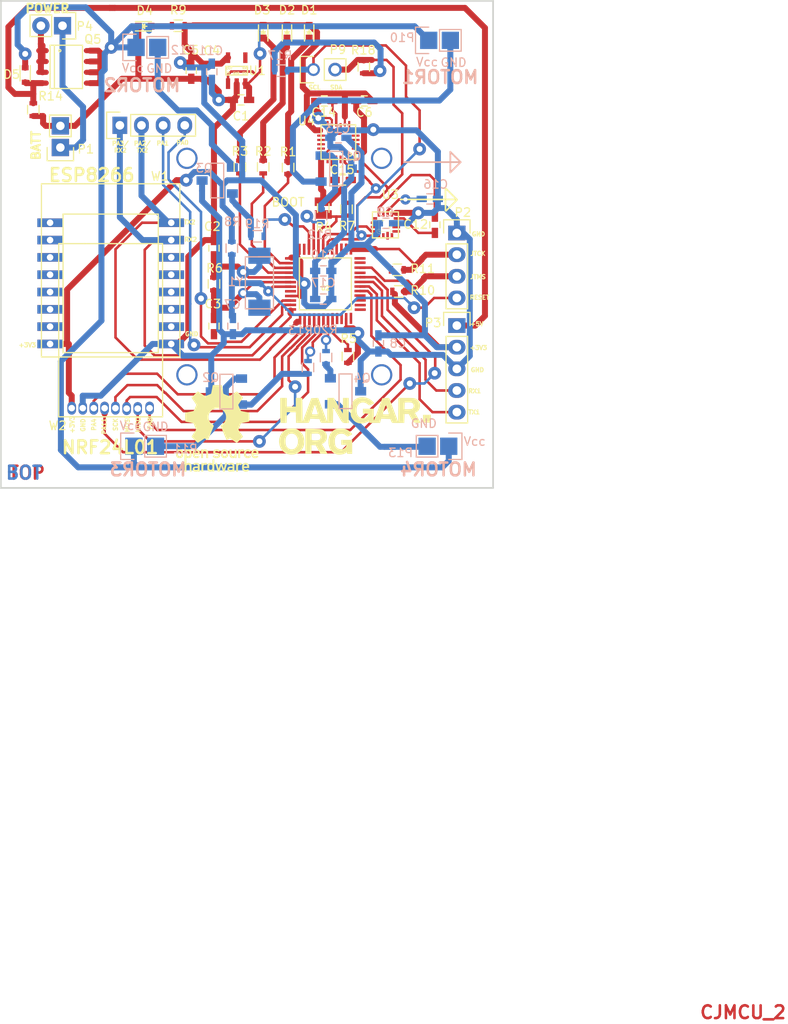
<source format=kicad_pcb>
(kicad_pcb (version 20171130) (host pcbnew "(5.1.12)-1")
  (layers (0 F.Cu signal) (31 B.Cu signal) (34 B.Paste user hide) (35 F.Paste user hide) (36 B.SilkS user hide) (37 F.SilkS user hide) (38 B.Mask user hide) (39 F.Mask user hide) (44 Edge.Cuts user))
  (net 0 "")
  (net 1 VCC)
  (net 2 GND)
  (net 3 "Net-(C2-Pad2)")
  (net 4 "Net-(C3-Pad1)")
  (net 5 +3V3)
  (net 6 "Net-(C12-Pad1)")
  (net 7 /SETC)
  (net 8 "Net-(C14-Pad1)")
  (net 9 "Net-(C15-Pad2)")
  (net 10 "Net-(C16-Pad2)")
  (net 11 /PC13)
  (net 12 /PC14)
  (net 13 /PC15)
  (net 14 "Net-(D4-Pad2)")
  (net 15 +BATT)
  (net 16 /PB10)
  (net 17 /PB11)
  (net 18 /PA9/USART1__TX)
  (net 19 /PA10/USART1_RX)
  (net 20 /RESET)
  (net 21 /PA13_JTMS)
  (net 22 /PA14_JTCK)
  (net 23 /PA11)
  (net 24 /PA4)
  (net 25 /PA5/SP11_SCK)
  (net 26 /PA7/SP11_MOSI)
  (net 27 /PA6/SP11_MISO)
  (net 28 /PA8)
  (net 29 /PB12/SPI2_NSS)
  (net 30 /PB13/SPI2_SCK)
  (net 31 /PB14/SPI2_MISO)
  (net 32 /PB15/SPI2_MOSI)
  (net 33 /SCL)
  (net 34 /SDA)
  (net 35 "Net-(P10-Pad2)")
  (net 36 "Net-(P11-Pad2)")
  (net 37 "Net-(P12-Pad2)")
  (net 38 "Net-(P13-Pad2)")
  (net 39 "Net-(Q1-Pad2)")
  (net 40 "Net-(Q2-Pad2)")
  (net 41 "Net-(Q3-Pad2)")
  (net 42 "Net-(Q4-Pad2)")
  (net 43 /BOOT1)
  (net 44 "Net-(R7-Pad1)")
  (net 45 /PB8)
  (net 46 /PB0)
  (net 47 /PB9)
  (net 48 /PB1)
  (net 49 "Net-(U1-Pad4)")
  (net 50 /PB5)
  (net 51 /PB4_JNTRST)
  (net 52 /PB3_JTDO)
  (net 53 /PA15)
  (net 54 /PA12/CS)
  (net 55 "Net-(U3-Pad3)")
  (net 56 "Net-(U3-Pad15)")
  (net 57 "Net-(U3-Pad14)")
  (net 58 "Net-(U3-Pad6)")
  (net 59 "Net-(U3-Pad7)")
  (net 60 "Net-(U3-Pad5)")
  (net 61 "Net-(U4-Pad2)")
  (net 62 "Net-(U4-Pad3)")
  (net 63 "Net-(U4-Pad4)")
  (net 64 "Net-(U4-Pad5)")
  (net 65 "Net-(U4-Pad6)")
  (net 66 "Net-(U4-Pad14)")
  (net 67 "Net-(U4-Pad15)")
  (net 68 "Net-(U4-Pad16)")
  (net 69 "Net-(U4-Pad17)")
  (net 70 "Net-(U4-Pad22)")
  (net 71 "Net-(U4-Pad21)")
  (net 72 "Net-(U4-Pad19)")
  (net 73 "Net-(U4-Pad12)")
  (net 74 "Net-(U4-Pad7)")
  (net 75 "Net-(U1_1-Pad8)")
  (net 76 "Net-(U1_1-Pad9)")
  (net 77 "Net-(U2-Pad10)")
  (net 78 "Net-(U2-Pad11)")
  (net 79 "Net-(D1-Pad1)")
  (net 80 "Net-(D2-Pad1)")
  (net 81 "Net-(D3-Pad1)")
  (net 82 /BOOT0)
  (net 83 "Net-(R17-Pad1)")
  (net 84 +5V)
  (net 85 "Net-(P4-Pad2)")
  (module Capacitors_SMD:C_0603_HandSoldering (layer F.Cu) (at 132.969 82.1055 180)
    (fp_text reference C1 (at 0 -1.9 180) (layer F.SilkS))
    (fp_text value 4,7uF)
    (pad 1 smd rect (at -0.95 0 180) (size 1.2 0.75) (layers F.Cu F.Paste F.Mask) (net 1 VCC))
    (pad 2 smd rect (at 0.95 0 180) (size 1.2 0.75) (layers F.Cu F.Paste F.Mask) (net 2 GND))
  )
  (module Capacitors_SMD:C_0603_HandSoldering (layer F.Cu) (at 129.794 99.5045 270)
    (fp_text reference C2 (at -2.54 0.1905) (layer F.SilkS))
    (fp_text value 22pF)
    (pad 1 smd rect (at -0.95 0 270) (size 1.2 0.75) (layers F.Cu F.Paste F.Mask) (net 2 GND))
    (pad 2 smd rect (at 0.95 0 270) (size 1.2 0.75) (layers F.Cu F.Paste F.Mask) (net 3 "Net-(C2-Pad2)"))
  )
  (module Capacitors_SMD:C_0603_HandSoldering (layer F.Cu) (at 129.794 108.648 270)
    (fp_text reference C3 (at -2.6035 0.127) (layer F.SilkS))
    (fp_text value 22pF)
    (pad 1 smd rect (at -0.95 0 270) (size 1.2 0.75) (layers F.Cu F.Paste F.Mask) (net 4 "Net-(C3-Pad1)"))
    (pad 2 smd rect (at 0.95 0 270) (size 1.2 0.75) (layers F.Cu F.Paste F.Mask))
  )
  (module Capacitors_SMD:C_0603_HandSoldering (layer F.Cu) (at 129.54 78.8035 270)
    (fp_text reference C4 (at -2.4765 0) (layer F.SilkS))
    (fp_text value 475)
    (pad 1 smd rect (at -0.95 0 270) (size 1.2 0.75) (layers F.Cu F.Paste F.Mask) (net 5 +3V3))
    (pad 2 smd rect (at 0.95 0 270) (size 1.2 0.75) (layers F.Cu F.Paste F.Mask) (net 2 GND))
  )
  (module Capacitors_SMD:C_0603_HandSoldering (layer F.Cu) (at 127.127 78.6765 270)
    (fp_text reference C5 (at -2.413 0.0635) (layer F.SilkS))
    (fp_text value 0,1uF)
    (pad 1 smd rect (at -0.95 0 270) (size 1.2 0.75) (layers F.Cu F.Paste F.Mask) (net 5 +3V3))
    (pad 2 smd rect (at 0.95 0 270) (size 1.2 0.75) (layers F.Cu F.Paste F.Mask) (net 2 GND))
  )
  (module Capacitors_SMD:C_0603_HandSoldering (layer F.Cu) (at 147.447 82.2325 180)
    (fp_text reference C6 (at 0 -1.3335 180) (layer F.SilkS))
    (fp_text value 0,1uF)
    (pad 1 smd rect (at -0.95 0 180) (size 1.2 0.75) (layers F.Cu F.Paste F.Mask) (net 5 +3V3))
    (pad 2 smd rect (at 0.95 0 180) (size 1.2 0.75) (layers F.Cu F.Paste F.Mask) (net 2 GND))
  )
  (module Capacitors_SMD:C_0603_HandSoldering (layer B.Cu) (at 132.016 108.648 270)
    (fp_text reference C7 (at -2.54 0.0635) (layer B.SilkS) (effects (justify mirror)))
    (fp_text value 0,1uF)
    (pad 1 smd rect (at -0.95 0 270) (size 1.2 0.75) (layers B.Cu B.Paste B.Mask) (net 20 /RESET))
    (pad 2 smd rect (at 0.95 0 270) (size 1.2 0.75) (layers B.Cu B.Paste B.Mask) (net 2 GND))
  )
  (module Capacitors_SMD:C_0603_HandSoldering (layer B.Cu) (at 149.098 110.68 270)
    (fp_text reference C8 (at 0 -2.286) (layer B.SilkS) (effects (justify mirror)))
    (fp_text value 0,1uF)
    (pad 1 smd rect (at -0.95 0 270) (size 1.2 0.75) (layers B.Cu B.Paste B.Mask) (net 5 +3V3))
    (pad 2 smd rect (at 0.95 0 270) (size 1.2 0.75) (layers B.Cu B.Paste B.Mask) (net 2 GND))
  )
  (module Capacitors_SMD:C_0603_HandSoldering (layer B.Cu) (at 149.987 96.5835)
    (fp_text reference C9 (at -0.0635 -1.3335) (layer B.SilkS) (effects (justify mirror)))
    (fp_text value 0,1uF)
    (pad 1 smd rect (at -0.95 0) (size 1.2 0.75) (layers B.Cu B.Paste B.Mask) (net 5 +3V3))
    (pad 2 smd rect (at 0.95 0) (size 1.2 0.75) (layers B.Cu B.Paste B.Mask) (net 2 GND))
  )
  (module Capacitors_SMD:C_0603_HandSoldering (layer B.Cu) (at 142.621 102.172 180)
    (fp_text reference C10 (at 0 1.9 180) (layer B.SilkS) (effects (justify mirror)))
    (fp_text value 0,1uF)
    (pad 1 smd rect (at -0.95 0 180) (size 1.2 0.75) (layers B.Cu B.Paste B.Mask) (net 5 +3V3))
    (pad 2 smd rect (at 0.95 0 180) (size 1.2 0.75) (layers B.Cu B.Paste B.Mask) (net 2 GND))
  )
  (module Capacitors_SMD:C_0603_HandSoldering (layer B.Cu) (at 129.54 78.8035 270)
    (fp_text reference C11 (at -2.4765 0.127) (layer B.SilkS) (effects (justify mirror)))
    (fp_text value 0,1uF)
    (pad 1 smd rect (at -0.95 0 270) (size 1.2 0.75) (layers B.Cu B.Paste B.Mask) (net 5 +3V3))
    (pad 2 smd rect (at 0.95 0 270) (size 1.2 0.75) (layers B.Cu B.Paste B.Mask) (net 2 GND))
  )
  (module Capacitors_SMD:C_0603_HandSoldering (layer F.Cu) (at 155.727 96.7613 90)
    (fp_text reference C12 (at 0.0508 -2.2479 180) (layer F.SilkS))
    (fp_text value 0,22uF)
    (pad 1 smd rect (at -0.95 0 90) (size 1.2 0.75) (layers F.Cu F.Paste F.Mask) (net 6 "Net-(C12-Pad1)"))
    (pad 2 smd rect (at 0.95 0 90) (size 1.2 0.75) (layers F.Cu F.Paste F.Mask) (net 7 /SETC))
  )
  (module Capacitors_SMD:C_0603_HandSoldering (layer B.Cu) (at 144.399 86.5505 180)
    (fp_text reference C13 (at 0.0635 1.0795 180) (layer B.SilkS) (effects (justify mirror)))
    (fp_text value 10nF)
    (pad 1 smd rect (at -0.95 0 180) (size 1.2 0.75) (layers B.Cu B.Paste B.Mask) (net 5 +3V3))
    (pad 2 smd rect (at 0.95 0 180) (size 1.2 0.75) (layers B.Cu B.Paste B.Mask) (net 2 GND))
  )
  (module Capacitors_SMD:C_0603_HandSoldering (layer F.Cu) (at 142.748 82.2325 180)
    (fp_text reference C14 (at 0.0635 -1.3335 180) (layer F.SilkS))
    (fp_text value 0,1uF)
    (pad 1 smd rect (at -0.95 0 180) (size 1.2 0.75) (layers F.Cu F.Paste F.Mask) (net 8 "Net-(C14-Pad1)"))
    (pad 2 smd rect (at 0.95 0 180) (size 1.2 0.75) (layers F.Cu F.Paste F.Mask) (net 2 GND))
  )
  (module Capacitors_SMD:C_0603_HandSoldering (layer F.Cu) (at 144.907 91.5035 180)
    (fp_text reference C15 (at 0.0635 1.2065 180) (layer F.SilkS))
    (fp_text value 2,2nF)
    (pad 1 smd rect (at -0.95 0 180) (size 1.2 0.75) (layers F.Cu F.Paste F.Mask) (net 2 GND))
    (pad 2 smd rect (at 0.95 0 180) (size 1.2 0.75) (layers F.Cu F.Paste F.Mask) (net 9 "Net-(C15-Pad2)"))
  )
  (module Capacitors_SMD:C_0603_HandSoldering (layer B.Cu) (at 155.13 93.726 180)
    (fp_text reference C16 (at -0.6985 1.7145 180) (layer B.SilkS) (effects (justify mirror)))
    (fp_text value 4,7uF)
    (pad 1 smd rect (at -0.95 0 180) (size 1.2 0.75) (layers B.Cu B.Paste B.Mask) (net 2 GND))
    (pad 2 smd rect (at 0.95 0 180) (size 1.2 0.75) (layers B.Cu B.Paste B.Mask) (net 10 "Net-(C16-Pad2)"))
  )
  (module Capacitors_SMD:C_0603_HandSoldering (layer B.Cu) (at 142.621 105.474 180)
    (fp_text reference C17 (at 0 1.9 180) (layer B.SilkS) (effects (justify mirror)))
    (fp_text value 0,1uF)
    (pad 1 smd rect (at -0.95 0 180) (size 1.2 0.75) (layers B.Cu B.Paste B.Mask) (net 5 +3V3))
    (pad 2 smd rect (at 0.95 0 180) (size 1.2 0.75) (layers B.Cu B.Paste B.Mask) (net 2 GND))
  )
  (module LEDs:LED_0603 (layer F.Cu) (at 140.97 74.1045 90)
    (fp_text reference D1 (at 2.54 0 180) (layer F.SilkS))
    (fp_text value LED)
    (pad 2 smd rect (at 0.7493 0 270) (size 0.79756 0.79756) (layers F.Cu F.Paste F.Mask) (net 5 +3V3))
    (pad 1 smd rect (at -0.7493 0 270) (size 0.79756 0.79756) (layers F.Cu F.Paste F.Mask) (net 79 "Net-(D1-Pad1)"))
  )
  (module LEDs:LED_0603 (layer F.Cu) (at 138.366 74.1045 90)
    (fp_text reference D2 (at 2.54 0 180) (layer F.SilkS))
    (fp_text value LED)
    (pad 2 smd rect (at 0.7493 0 270) (size 0.79756 0.79756) (layers F.Cu F.Paste F.Mask) (net 5 +3V3))
    (pad 1 smd rect (at -0.7493 0 270) (size 0.79756 0.79756) (layers F.Cu F.Paste F.Mask) (net 80 "Net-(D2-Pad1)"))
  )
  (module LEDs:LED_0603 (layer F.Cu) (at 135.572 74.1045 90)
    (fp_text reference D3 (at 2.54 -0.127 180) (layer F.SilkS))
    (fp_text value LED)
    (pad 2 smd rect (at 0.7493 0 270) (size 0.79756 0.79756) (layers F.Cu F.Paste F.Mask) (net 5 +3V3))
    (pad 1 smd rect (at -0.7493 0 270) (size 0.79756 0.79756) (layers F.Cu F.Paste F.Mask) (net 81 "Net-(D3-Pad1)"))
  )
  (module LEDs:LED_0603 (layer F.Cu) (at 121.666 73.4695)
    (fp_text reference D4 (at 0 -1.8415) (layer F.SilkS))
    (fp_text value LED)
    (pad 2 smd rect (at 0.7493 0 180) (size 0.79756 0.79756) (layers F.Cu F.Paste F.Mask) (net 14 "Net-(D4-Pad2)"))
    (pad 1 smd rect (at -0.7493 0 180) (size 0.79756 0.79756) (layers F.Cu F.Paste F.Mask) (net 2 GND))
  )
  (module Pin_Headers:Pin_Header_Straight_1x02 (layer F.Cu) (at 111.76 87.6935 180)
    (fp_text reference P1 (at -2.9845 -0.1905 180) (layer F.SilkS))
    (fp_text value CONN_01X02)
    (pad 1 thru_hole rect (at 0 0 180) (size 2.032 2.032) (drill 1) (layers *.Cu *.Mask) (net 15 +BATT))
    (pad 2 thru_hole rect (at 0 2.54 180) (size 2.032 2.032) (drill 1) (layers *.Cu *.Mask) (net 2 GND))
  )
  (module Resistors_SMD:R_0603 (layer F.Cu) (at 138.494 90.043 90)
    (fp_text reference R1 (at 1.8415 0 180) (layer F.SilkS))
    (fp_text value 551)
    (pad 1 smd rect (at -0.75 0 90) (size 0.5 0.9) (layers F.Cu F.Paste F.Mask) (net 11 /PC13))
    (pad 2 smd rect (at 0.75 0 90) (size 0.5 0.9) (layers F.Cu F.Paste F.Mask) (net 79 "Net-(D1-Pad1)"))
  )
  (module Resistors_SMD:R_0603 (layer F.Cu) (at 135.572 89.9795 90)
    (fp_text reference R2 (at 1.8415 0 180) (layer F.SilkS))
    (fp_text value 551)
    (pad 1 smd rect (at -0.75 0 90) (size 0.5 0.9) (layers F.Cu F.Paste F.Mask) (net 12 /PC14))
    (pad 2 smd rect (at 0.75 0 90) (size 0.5 0.9) (layers F.Cu F.Paste F.Mask) (net 80 "Net-(D2-Pad1)"))
  )
  (module Resistors_SMD:R_0603 (layer F.Cu) (at 132.842 89.9795 270)
    (fp_text reference R3 (at -1.8415 0) (layer F.SilkS))
    (fp_text value 551)
    (pad 1 smd rect (at -0.75 0 270) (size 0.5 0.9) (layers F.Cu F.Paste F.Mask) (net 81 "Net-(D3-Pad1)"))
    (pad 2 smd rect (at 0.75 0 270) (size 0.5 0.9) (layers F.Cu F.Paste F.Mask) (net 13 /PC15))
  )
  (module Resistors_SMD:R_0603 (layer F.Cu) (at 142.621 94.8055 270)
    (fp_text reference R4 (at 2.2225 -0.0635) (layer F.SilkS))
    (fp_text value 0)
    (pad 1 smd rect (at -0.75 0 270) (size 1 2) (layers F.Cu F.Paste F.Mask) (net 2 GND))
    (pad 2 smd rect (at 0.75 0 270) (size 1 2) (layers F.Cu F.Paste F.Mask) (net 82 /BOOT0))
  )
  (module Resistors_SMD:R_0603 (layer F.Cu) (at 145.517 112.204 90)
    (fp_text reference R5 (at 2.0955 0.0889 180) (layer F.SilkS))
    (fp_text value 10k)
    (pad 1 smd rect (at -0.75 0 90) (size 0.5 0.9) (layers F.Cu F.Paste F.Mask) (net 2 GND))
    (pad 2 smd rect (at 0.75 0 90) (size 0.5 0.9) (layers F.Cu F.Paste F.Mask) (net 43 /BOOT1))
  )
  (module Resistors_SMD:R_0603 (layer F.Cu) (at 129.794 103.696 270)
    (fp_text reference R6 (at -1.8415 -0.0635) (layer F.SilkS))
    (fp_text value 1M)
    (pad 1 smd rect (at -0.75 0 270) (size 0.5 0.9) (layers F.Cu F.Paste F.Mask) (net 3 "Net-(C2-Pad2)"))
    (pad 2 smd rect (at 0.75 0 270) (size 0.5 0.9) (layers F.Cu F.Paste F.Mask) (net 4 "Net-(C3-Pad1)"))
  )
  (module Resistors_SMD:R_0603 (layer F.Cu) (at 145.352 94.9325 90)
    (fp_text reference R7 (at -1.9685 0.0635 180) (layer F.SilkS))
    (fp_text value 10k)
    (pad 1 smd rect (at -0.75 0 90) (size 0.5 0.9) (layers F.Cu F.Paste F.Mask) (net 44 "Net-(R7-Pad1)"))
    (pad 2 smd rect (at 0.75 0 90) (size 0.5 0.9) (layers F.Cu F.Paste F.Mask))
  )
  (module Resistors_SMD:R_0603 (layer B.Cu) (at 131.89 99.5045 90)
    (fp_text reference R8 (at 3.1115 0.0635 180) (layer B.SilkS) (effects (justify mirror)))
    (fp_text value 10k)
    (pad 1 smd rect (at -0.75 0 90) (size 0.5 0.9) (layers B.Cu B.Paste B.Mask) (net 20 /RESET))
    (pad 2 smd rect (at 0.75 0 90) (size 0.5 0.9) (layers B.Cu B.Paste B.Mask) (net 5 +3V3))
  )
  (module Resistors_SMD:R_0603 (layer F.Cu) (at 125.603 73.406)
    (fp_text reference R9 (at 0 -1.8415) (layer F.SilkS))
    (fp_text value 1k)
    (pad 1 smd rect (at -0.75 0) (size 0.5 0.9) (layers F.Cu F.Paste F.Mask) (net 14 "Net-(D4-Pad2)"))
    (pad 2 smd rect (at 0.75 0) (size 0.5 0.9) (layers F.Cu F.Paste F.Mask) (net 5 +3V3))
  )
  (module Resistors_SMD:R_0603 (layer F.Cu) (at 151.486 104.584)
    (fp_text reference R10 (at 2.8194 -0.127) (layer F.SilkS))
    (fp_text value 10k)
    (pad 1 smd rect (at -0.75 0) (size 0.5 0.9) (layers F.Cu F.Paste F.Mask) (net 5 +3V3))
    (pad 2 smd rect (at 0.75 0) (size 0.5 0.9) (layers F.Cu F.Paste F.Mask) (net 21 /PA13_JTMS))
  )
  (module Resistors_SMD:R_0603 (layer F.Cu) (at 151.32 102.044)
    (fp_text reference R11 (at 2.9845 -0.127) (layer F.SilkS))
    (fp_text value 10k)
    (pad 1 smd rect (at -0.75 0) (size 0.5 0.9) (layers F.Cu F.Paste F.Mask))
    (pad 2 smd rect (at 0.75 0) (size 0.5 0.9) (layers F.Cu F.Paste F.Mask) (net 22 /PA14_JTCK))
  )
  (module Resistors_SMD:R_0603 (layer B.Cu) (at 142.367 95.6945 270)
    (fp_text reference R12 (at 2.2225 0.127 180) (layer B.SilkS) (effects (justify mirror)))
    (fp_text value 20k)
    (pad 1 smd rect (at -0.75 0 270) (size 0.5 0.9) (layers B.Cu B.Paste B.Mask) (net 39 "Net-(Q1-Pad2)"))
    (pad 2 smd rect (at 0.75 0 270) (size 0.5 0.9) (layers B.Cu B.Paste B.Mask) (net 45 /PB8))
  )
  (module Resistors_SMD:R_0603 (layer B.Cu) (at 140.83 113.5 90)
    (fp_text reference R13 (at 4.3434 -0.8763 180) (layer B.SilkS) (effects (justify mirror)))
    (fp_text value 20k)
    (pad 1 smd rect (at -0.75 0 90) (size 0.5 0.9) (layers B.Cu B.Paste B.Mask) (net 40 "Net-(Q2-Pad2)"))
    (pad 2 smd rect (at 0.75 0 90) (size 0.5 0.9) (layers B.Cu B.Paste B.Mask) (net 46 /PB0))
  )
  (module Resistors_SMD:R_0603 (layer B.Cu) (at 137.668 78.6765)
    (fp_text reference R17 (at -0.127 -1.778) (layer B.SilkS) (effects (justify mirror)))
    (fp_text value 10k)
    (pad 1 smd rect (at -0.75 0) (size 0.5 0.9) (layers B.Cu B.Paste B.Mask) (net 83 "Net-(R17-Pad1)"))
    (pad 2 smd rect (at 0.75 0) (size 0.5 0.9) (layers B.Cu B.Paste B.Mask) (net 33 /SCL))
  )
  (module Resistors_SMD:R_0603 (layer F.Cu) (at 147.384 78.232 90)
    (fp_text reference R18 (at 1.9685 -0.0635 180) (layer F.SilkS))
    (fp_text value 10k)
    (pad 1 smd rect (at -0.75 0 90) (size 0.5 0.9) (layers F.Cu F.Paste F.Mask) (net 83 "Net-(R17-Pad1)"))
    (pad 2 smd rect (at 0.75 0 90) (size 0.5 0.9) (layers F.Cu F.Paste F.Mask) (net 34 /SDA))
  )
  (module Resistors_SMD:R_0603 (layer B.Cu) (at 134.874 98.1075 180)
    (fp_text reference R19 (at 0 1.4605 180) (layer B.SilkS) (effects (justify mirror)))
    (fp_text value 20k)
    (pad 1 smd rect (at -0.75 0 180) (size 0.5 0.9) (layers B.Cu B.Paste B.Mask) (net 47 /PB9))
    (pad 2 smd rect (at 0.75 0 180) (size 0.5 0.9) (layers B.Cu B.Paste B.Mask) (net 41 "Net-(Q3-Pad2)"))
  )
  (module Resistors_SMD:R_0603 (layer B.Cu) (at 142.951 112.332 270)
    (fp_text reference R20 (at -3.2385 0.0762) (layer B.SilkS) (effects (justify mirror)))
    (fp_text value 20k)
    (pad 1 smd rect (at -0.75 0 270) (size 0.5 0.9) (layers B.Cu B.Paste B.Mask) (net 48 /PB1))
    (pad 2 smd rect (at 0.75 0 270) (size 0.5 0.9) (layers B.Cu B.Paste B.Mask) (net 42 "Net-(Q4-Pad2)"))
  )
  (module TPS730:TPS73033DBVT (layer F.Cu) (at 132.461 78.6765)
    (fp_text reference U1 (at 2.413 0) (layer F.SilkS))
    (fp_text value TPS73033DBVT)
    (fp_text user OUT (at -0.8636 -0.2794) (layer F.SilkS) (effects (font (size 0.25 0.25) (thickness 0.0625))))
    (fp_text user NR (at 0.9144 -0.2794) (layer F.SilkS) (effects (font (size 0.25 0.25) (thickness 0.0625))))
    (fp_text user EN (at 0.9144 0.2794) (layer F.SilkS) (effects (font (size 0.25 0.25) (thickness 0.0625))))
    (fp_text user GND (at -0.0508 0.2794) (layer F.SilkS) (effects (font (size 0.25 0.25) (thickness 0.0625))))
    (fp_text user IN (at -0.9906 0.254) (layer F.SilkS) (effects (font (size 0.25 0.25) (thickness 0.0625))))
    (pad 4 smd rect (at 1.016 -1.524) (size 0.5 1.25) (layers F.Cu F.Paste F.Mask) (net 49 "Net-(U1-Pad4)"))
    (pad 5 smd rect (at -1.016 -1.524) (size 0.5 1.25) (layers F.Cu F.Paste F.Mask) (net 5 +3V3))
    (pad 1 smd rect (at -1.016 1.524) (size 0.5 1.25) (layers F.Cu F.Paste F.Mask) (net 1 VCC))
    (pad 3 smd rect (at 0 1.524) (size 0.5 1.25) (layers F.Cu F.Paste F.Mask) (net 2 GND))
    (pad 2 smd rect (at 1.016 1.524) (size 0.5 1.25) (layers F.Cu F.Paste F.Mask) (net 1 VCC))
  )
  (module TPS730:STM32F103C8T6 (layer F.Cu) (at 142.875 103.696)
    (fp_text reference U2 (at 0 0.5) (layer F.SilkS) (effects (font (size 0.51 0.5) (thickness 0.125))))
    (fp_text value STM32F103C8T6)
    (pad 48 smd rect (at -3.048 -4.064) (size 0.3 1.3) (layers F.Cu F.Paste F.Mask) (net 5 +3V3))
    (pad 47 smd rect (at -2.4892 -4.064) (size 0.3 1.3) (layers F.Cu F.Paste F.Mask))
    (pad 46 smd rect (at -1.9304 -4.064) (size 0.3 1.3) (layers F.Cu F.Paste F.Mask) (net 47 /PB9))
    (pad 45 smd rect (at -1.3716 -4.064) (size 0.3 1.3) (layers F.Cu F.Paste F.Mask) (net 45 /PB8))
    (pad 44 smd rect (at -0.8128 -4.064) (size 0.3 1.3) (layers F.Cu F.Paste F.Mask) (net 44 "Net-(R7-Pad1)"))
    (pad 43 smd rect (at -0.254 -4.064) (size 0.3 1.3) (layers F.Cu F.Paste F.Mask) (net 34 /SDA))
    (pad 42 smd rect (at 0.2794 -4.0894) (size 0.3 1.3) (layers F.Cu F.Paste F.Mask) (net 33 /SCL))
    (pad 41 smd rect (at 0.7874 -4.0894) (size 0.3 1.3) (layers F.Cu F.Paste F.Mask) (net 50 /PB5))
    (pad 40 smd rect (at 1.3208 -4.0894) (size 0.3 1.3) (layers F.Cu F.Paste F.Mask) (net 51 /PB4_JNTRST))
    (pad 26 smd rect (at 4.0894 2.4892) (size 1.3 0.3) (layers F.Cu F.Paste F.Mask) (net 30 /PB13/SPI2_SCK))
    (pad 25 smd rect (at 4.0894 3.0226) (size 1.3 0.3) (layers F.Cu F.Paste F.Mask) (net 29 /PB12/SPI2_NSS))
    (pad 24 smd rect (at 2.9972 4.0386) (size 0.3 1.3) (layers F.Cu F.Paste F.Mask))
    (pad 23 smd rect (at 2.4384 4.064) (size 0.3 1.3) (layers F.Cu F.Paste F.Mask) (net 2 GND))
    (pad 22 smd rect (at 1.905 4.064) (size 0.3 1.3) (layers F.Cu F.Paste F.Mask) (net 17 /PB11))
    (pad 21 smd rect (at 1.3716 4.064) (size 0.3 1.3) (layers F.Cu F.Paste F.Mask) (net 16 /PB10))
    (pad 20 smd rect (at 0.8382 4.064) (size 0.3 1.3) (layers F.Cu F.Paste F.Mask) (net 43 /BOOT1))
    (pad 19 smd rect (at 0.3048 4.0894) (size 0.3 1.3) (layers F.Cu F.Paste F.Mask) (net 48 /PB1))
    (pad 18 smd rect (at -0.2286 4.0894) (size 0.3 1.3) (layers F.Cu F.Paste F.Mask) (net 46 /PB0))
    (pad 17 smd rect (at -0.762 4.0894) (size 0.3 1.3) (layers F.Cu F.Paste F.Mask) (net 26 /PA7/SP11_MOSI))
    (pad 16 smd rect (at -1.3208 4.0894) (size 0.3 1.3) (layers F.Cu F.Paste F.Mask) (net 27 /PA6/SP11_MISO))
    (pad 15 smd rect (at -1.8796 4.0894) (size 0.3 1.3) (layers F.Cu F.Paste F.Mask) (net 25 /PA5/SP11_SCK))
    (pad 14 smd rect (at -2.4384 4.0894) (size 0.3 1.3) (layers F.Cu F.Paste F.Mask) (net 24 /PA4))
    (pad 1 smd rect (at -4.0894 -2.9972) (size 1.3 0.3) (layers F.Cu F.Paste F.Mask) (net 5 +3V3))
    (pad 2 smd rect (at -4.0894 -2.4384) (size 1.3 0.3) (layers F.Cu F.Paste F.Mask) (net 11 /PC13))
    (pad 3 smd rect (at -4.0894 -1.8796) (size 1.3 0.3) (layers F.Cu F.Paste F.Mask) (net 12 /PC14))
    (pad 4 smd rect (at -4.0894 -1.3208) (size 1.3 0.3) (layers F.Cu F.Paste F.Mask) (net 13 /PC15))
    (pad 5 smd rect (at -4.0894 -0.762) (size 1.3 0.3) (layers F.Cu F.Paste F.Mask) (net 3 "Net-(C2-Pad2)"))
    (pad 6 smd rect (at -4.0894 -0.2032) (size 1.3 0.3) (layers F.Cu F.Paste F.Mask) (net 4 "Net-(C3-Pad1)"))
    (pad 7 smd rect (at -4.0894 0.3302) (size 1.3 0.3) (layers F.Cu F.Paste F.Mask) (net 20 /RESET))
    (pad 8 smd rect (at -4.0894 0.8636) (size 1.3 0.3) (layers F.Cu F.Paste F.Mask))
    (pad 9 smd rect (at -4.0894 1.4224) (size 1.3 0.3) (layers F.Cu F.Paste F.Mask) (net 5 +3V3))
    (pad 10 smd rect (at -4.0894 1.9558) (size 1.3 0.3) (layers F.Cu F.Paste F.Mask) (net 77 "Net-(U2-Pad10)"))
    (pad 11 smd rect (at -4.0894 2.4638) (size 1.3 0.3) (layers F.Cu F.Paste F.Mask) (net 78 "Net-(U2-Pad11)"))
    (pad 12 smd rect (at -4.0894 2.9972) (size 1.3 0.3) (layers F.Cu F.Paste F.Mask) (net 75 "Net-(U1_1-Pad8)"))
    (pad 13 smd rect (at -2.9718 4.1148) (size 0.3 1.3) (layers F.Cu F.Paste F.Mask) (net 76 "Net-(U1_1-Pad9)"))
    (pad 39 smd rect (at 1.8796 -4.0894) (size 0.3 1.3) (layers F.Cu F.Paste F.Mask) (net 52 /PB3_JTDO))
    (pad 38 smd rect (at 2.4384 -4.0894) (size 0.3 1.3) (layers F.Cu F.Paste F.Mask) (net 53 /PA15))
    (pad 37 smd rect (at 2.9972 -4.0894) (size 0.3 1.3) (layers F.Cu F.Paste F.Mask) (net 22 /PA14_JTCK))
    (pad 36 smd rect (at 4.064 -2.9972) (size 1.3 0.3) (layers F.Cu F.Paste F.Mask))
    (pad 35 smd rect (at 4.064 -2.4892) (size 1.3 0.3) (layers F.Cu F.Paste F.Mask))
    (pad 34 smd rect (at 4.064 -1.905) (size 1.3 0.3) (layers F.Cu F.Paste F.Mask) (net 21 /PA13_JTMS))
    (pad 33 smd rect (at 4.064 -1.2954) (size 1.3 0.3) (layers F.Cu F.Paste F.Mask) (net 54 /PA12/CS))
    (pad 32 smd rect (at 4.064 -0.7874) (size 1.3 0.3) (layers F.Cu F.Paste F.Mask) (net 23 /PA11))
    (pad 31 smd rect (at 4.064 -0.2286) (size 1.3 0.3) (layers F.Cu F.Paste F.Mask) (net 19 /PA10/USART1_RX))
    (pad 30 smd rect (at 4.064 0.3048) (size 1.3 0.3) (layers F.Cu F.Paste F.Mask) (net 18 /PA9/USART1__TX))
    (pad 29 smd rect (at 4.064 0.8382) (size 1.3 0.3) (layers F.Cu F.Paste F.Mask) (net 28 /PA8))
    (pad 28 smd rect (at 4.064 1.3716) (size 1.3 0.3) (layers F.Cu F.Paste F.Mask) (net 32 /PB15/SPI2_MOSI))
    (pad 27 smd rect (at 4.0894 1.9304) (size 1.3 0.3) (layers F.Cu F.Paste F.Mask) (net 31 /PB14/SPI2_MISO))
  )
  (module TPS730:HMC5883L (layer F.Cu) (at 149.924 96.774 90)
    (fp_text reference U3 (at 3.556 0.5715 180) (layer F.SilkS))
    (fp_text value HMC5883L)
    (fp_text user Y (at 0.508 -0.254 90) (layer F.SilkS) (effects (font (size 0.25 0.25) (thickness 0.0625))))
    (fp_text user X (at -0.254 0.508 90) (layer F.SilkS) (effects (font (size 0.25 0.25) (thickness 0.0625))))
    (pad 1 smd rect (at -1.27 -0.762 90) (size 0.6 0.3) (layers F.Cu F.Paste F.Mask) (net 33 /SCL))
    (pad 2 smd rect (at -1.27 -0.254 90) (size 0.6 0.3) (layers F.Cu F.Paste F.Mask))
    (pad 3 smd rect (at -1.27 0.254 90) (size 0.9 0.3) (layers F.Cu F.Paste F.Mask) (net 55 "Net-(U3-Pad3)"))
    (pad 4 smd rect (at -1.27 0.762 90) (size 0.6 0.3) (layers F.Cu F.Paste F.Mask))
    (pad 12 smd rect (at 1.27 -0.762 90) (size 0.6 0.3) (layers F.Cu F.Paste F.Mask) (net 7 /SETC))
    (pad 11 smd rect (at 1.27 -0.254 90) (size 0.6 0.3) (layers F.Cu F.Paste F.Mask))
    (pad 10 smd rect (at 1.27 0.254 90) (size 0.6 0.3) (layers F.Cu F.Paste F.Mask) (net 10 "Net-(C16-Pad2)"))
    (pad 9 smd rect (at 1.27 0.762 90) (size 0.6 0.3) (layers F.Cu F.Paste F.Mask) (net 2 GND))
    (pad 16 smd rect (at -0.762 -1.27 90) (size 0.3 0.6) (layers F.Cu F.Paste F.Mask) (net 34 /SDA))
    (pad 15 smd rect (at -0.254 -1.27 90) (size 0.3 0.9) (layers F.Cu F.Paste F.Mask) (net 56 "Net-(U3-Pad15)"))
    (pad 14 smd rect (at 0.254 -1.27 90) (size 0.3 0.9) (layers F.Cu F.Paste F.Mask) (net 57 "Net-(U3-Pad14)"))
    (pad 6 smd rect (at -0.254 1.27 90) (size 0.3 0.9) (layers F.Cu F.Paste F.Mask) (net 58 "Net-(U3-Pad6)"))
    (pad 7 smd rect (at 0.254 1.27 90) (size 0.3 0.9) (layers F.Cu F.Paste F.Mask) (net 59 "Net-(U3-Pad7)"))
    (pad 8 smd rect (at 0.762 1.27 90) (size 0.3 0.6) (layers F.Cu F.Paste F.Mask) (net 6 "Net-(C12-Pad1)"))
    (pad 5 smd rect (at -0.762 1.27 90) (size 0.3 0.9) (layers F.Cu F.Paste F.Mask) (net 60 "Net-(U3-Pad5)"))
    (pad 13 smd rect (at 0.762 -1.27 90) (size 0.3 0.6) (layers F.Cu F.Paste F.Mask))
  )
  (module TPS730:ttnlt745pv (layer F.Cu) (at 144.399 87.0585 180)
    (fp_text reference U4 (at 3.7465 2.4765 180) (layer F.SilkS))
    (fp_text value MPU6050)
    (pad 1 smd rect (at -2.032 -1.27 180) (size 0.4 0.25) (layers F.Cu F.Paste F.Mask) (net 2 GND))
    (pad 2 smd rect (at -2.032 -0.762 180) (size 0.9 0.25) (layers F.Cu F.Paste F.Mask) (net 61 "Net-(U4-Pad2)"))
    (pad 3 smd rect (at -2.032 -0.254 180) (size 0.9 0.25) (layers F.Cu F.Paste F.Mask) (net 62 "Net-(U4-Pad3)"))
    (pad 4 smd rect (at -2.032 0.254 180) (size 0.9 0.25) (layers F.Cu F.Paste F.Mask) (net 63 "Net-(U4-Pad4)"))
    (pad 5 smd rect (at -2.032 0.762 180) (size 0.9 0.25) (layers F.Cu F.Paste F.Mask) (net 64 "Net-(U4-Pad5)"))
    (pad 6 smd rect (at -2.032 1.27 180) (size 0.9 0.25) (layers F.Cu F.Paste F.Mask) (net 65 "Net-(U4-Pad6)"))
    (pad 13 smd rect (at 2.032 1.27 180) (size 0.4 0.25) (layers F.Cu F.Paste F.Mask) (net 5 +3V3))
    (pad 14 smd rect (at 2.032 0.762 180) (size 0.9 0.25) (layers F.Cu F.Paste F.Mask) (net 66 "Net-(U4-Pad14)"))
    (pad 15 smd rect (at 2.032 0.254 180) (size 0.9 0.25) (layers F.Cu F.Paste F.Mask) (net 67 "Net-(U4-Pad15)"))
    (pad 16 smd rect (at 2.032 -0.254 180) (size 0.9 0.25) (layers F.Cu F.Paste F.Mask) (net 68 "Net-(U4-Pad16)"))
    (pad 17 smd rect (at 2.032 -0.762 180) (size 0.9 0.25) (layers F.Cu F.Paste F.Mask) (net 69 "Net-(U4-Pad17)"))
    (pad 18 smd rect (at 2.032 -1.27 180) (size 0.4 0.25) (layers F.Cu F.Paste F.Mask) (net 2 GND))
    (pad 24 smd rect (at -1.27 -2.032 180) (size 0.25 0.9) (layers F.Cu F.Paste F.Mask) (net 34 /SDA))
    (pad 23 smd rect (at -0.762 -2.032 180) (size 0.25 0.4) (layers F.Cu F.Paste F.Mask) (net 33 /SCL))
    (pad 22 smd rect (at -0.254 -2.032 180) (size 0.25 0.9) (layers F.Cu F.Paste F.Mask) (net 70 "Net-(U4-Pad22)"))
    (pad 21 smd rect (at 0.254 -2.032 180) (size 0.25 0.9) (layers F.Cu F.Paste F.Mask) (net 71 "Net-(U4-Pad21)"))
    (pad 20 smd rect (at 0.762 -2.032 180) (size 0.25 0.4) (layers F.Cu F.Paste F.Mask) (net 9 "Net-(C15-Pad2)"))
    (pad 19 smd rect (at 1.27 -2.032 180) (size 0.25 0.9) (layers F.Cu F.Paste F.Mask) (net 72 "Net-(U4-Pad19)"))
    (pad 12 smd rect (at 1.27 2.032 180) (size 0.25 0.9) (layers F.Cu F.Paste F.Mask) (net 73 "Net-(U4-Pad12)"))
    (pad 11 smd rect (at 0.762 2.032 180) (size 0.25 0.4) (layers F.Cu F.Paste F.Mask) (net 2 GND))
    (pad 10 smd rect (at 0.254 2.032 180) (size 0.25 0.4) (layers F.Cu F.Paste F.Mask) (net 8 "Net-(C14-Pad1)"))
    (pad 9 smd rect (at -0.254 2.032 180) (size 0.25 0.4) (layers F.Cu F.Paste F.Mask) (net 2 GND))
    (pad 8 smd rect (at -0.762 2.032 180) (size 0.25 0.4) (layers F.Cu F.Paste F.Mask) (net 5 +3V3))
    (pad 7 smd rect (at -1.27 2.032 180) (size 0.25 0.9) (layers F.Cu F.Paste F.Mask) (net 74 "Net-(U4-Pad7)"))
  )
  (module TPS730:SOT_23 (layer B.Cu) (at 143.891 90.17 90)
    (fp_text reference Q1 (at 1.4605 2.2225 180) (layer B.SilkS) (effects (justify mirror)))
    (fp_text value IRLML2502)
    (pad 3 smd rect (at 0 2.032 90) (size 1 1.3) (layers B.Cu B.Paste B.Mask) (net 2 GND))
    (pad 1 smd rect (at -1.524 -1.524 90) (size 1 1.3) (layers B.Cu B.Paste B.Mask) (net 35 "Net-(P10-Pad2)"))
    (pad 2 smd rect (at 1.524 -1.524 90) (size 1 1.3) (layers B.Cu B.Paste B.Mask) (net 39 "Net-(Q1-Pad2)"))
  )
  (module TPS730:SOT_23 (layer B.Cu) (at 131.508 116.332 270)
    (fp_text reference Q2 (at -1.651 2.0955) (layer B.SilkS) (effects (justify mirror)))
    (fp_text value IRLML2502)
    (pad 3 smd rect (at 0 2.032 270) (size 1 1.3) (layers B.Cu B.Paste B.Mask) (net 2 GND))
    (pad 1 smd rect (at -1.524 -1.524 270) (size 1 1.3) (layers B.Cu B.Paste B.Mask) (net 36 "Net-(P11-Pad2)"))
    (pad 2 smd rect (at 1.524 -1.524 270) (size 1 1.3) (layers B.Cu B.Paste B.Mask) (net 40 "Net-(Q2-Pad2)"))
  )
  (module TPS730:SOT_23 (layer B.Cu) (at 130.429 91.567 270)
    (fp_text reference Q3 (at -1.4605 1.778) (layer B.SilkS) (effects (justify mirror)))
    (fp_text value IRLML2502)
    (pad 3 smd rect (at 0 2.032 270) (size 1 1.3) (layers B.Cu B.Paste B.Mask) (net 2 GND))
    (pad 1 smd rect (at -1.524 -1.524 270) (size 1 1.3) (layers B.Cu B.Paste B.Mask) (net 37 "Net-(P12-Pad2)"))
    (pad 2 smd rect (at 1.524 -1.524 270) (size 1 1.3) (layers B.Cu B.Paste B.Mask) (net 41 "Net-(Q3-Pad2)"))
  )
  (module TPS730:SOT_23 (layer B.Cu) (at 144.983 116.294 90)
    (fp_text reference Q4 (at 1.5494 2.2098 180) (layer B.SilkS) (effects (justify mirror)))
    (fp_text value IRLML2502)
    (pad 3 smd rect (at 0 2.032 90) (size 1 1.3) (layers B.Cu B.Paste B.Mask) (net 2 GND))
    (pad 1 smd rect (at -1.524 -1.524 90) (size 1 1.3) (layers B.Cu B.Paste B.Mask) (net 38 "Net-(P13-Pad2)"))
    (pad 2 smd rect (at 1.524 -1.524 90) (size 1 1.3) (layers B.Cu B.Paste B.Mask) (net 42 "Net-(Q4-Pad2)"))
  )
  (module TPS730:crystal-ABM (layer B.Cu) (at 135.128 103.442 180)
    (fp_text reference Y1 (at 2.794 0 180) (layer B.SilkS) (effects (justify mirror)))
    (fp_text value 8MHz)
    (pad 1 smd rect (at 0 3.048 180) (size 2.6 1.9) (layers B.Cu B.Paste B.Mask) (net 3 "Net-(C2-Pad2)"))
    (pad 2 smd rect (at 0 -3.048 180) (size 2.6 1.9) (layers B.Cu B.Paste B.Mask) (net 4 "Net-(C3-Pad1)"))
  )
  (module TPS730:M2 (layer F.Cu) (at 126.619 114.364)
    (fp_text reference REF**_4 (at 0.254 0.1905) (layer F.SilkS) (effects (font (size 0.127 0.127) (thickness 0.03175))))
    (fp_text value pad)
    (pad 1 thru_hole circle (at 0 0) (size 2.5 2.5) (drill 2) (layers *.Cu *.Mask))
  )
  (module TPS730:M2 (layer F.Cu) (at 126.619 88.9635)
    (fp_text reference REF**_3 (at -0.127 0.127) (layer F.SilkS) (effects (font (size 0.127 0.25) (thickness 0.03175))))
    (fp_text value pad)
    (pad 1 thru_hole circle (at 0 0) (size 2.5 2.5) (drill 2) (layers *.Cu *.Mask))
  )
  (module TPS730:M2 (layer F.Cu) (at 149.479 114.364)
    (fp_text reference REF**_2 (at 0.0635 0.254) (layer F.SilkS) (effects (font (size 0.127 0.127) (thickness 0.03175))))
    (fp_text value pad)
    (pad 1 thru_hole circle (at 0 0) (size 2.5 2.5) (drill 2) (layers *.Cu *.Mask))
  )
  (module TPS730:M2 (layer F.Cu) (at 149.479 88.9635)
    (fp_text reference REF** (at 0.1905 0.0635) (layer F.SilkS) (effects (font (size 0.127 0.127) (thickness 0.03175))))
    (fp_text value pad)
    (pad 1 thru_hole circle (at 0 0) (size 2.5 2.5) (drill 2) (layers *.Cu *.Mask))
  )
  (module Pin_Headers:Pin_Header_Straight_1x02 (layer B.Cu) (at 155.004 75.1205 270)
    (fp_text reference P10 (at -0.3175 3.1115) (layer B.SilkS) (effects (justify mirror)))
    (fp_text value CONN_01X02)
    (pad 1 smd rect (at 0 0 270) (size 2.032 2.032) (layers B.Cu B.Paste B.Mask) (net 1 VCC))
    (pad 2 smd rect (at 0 -2.54 270) (size 2.032 2.032) (layers B.Cu B.Paste B.Mask) (net 35 "Net-(P10-Pad2)"))
  )
  (module Pin_Headers:Pin_Header_Straight_1x02 (layer B.Cu) (at 120.396 122.746 270)
    (fp_text reference P11 (at 0.3175 -6.0325) (layer B.SilkS) (effects (justify mirror)))
    (fp_text value CONN_01X02)
    (pad 1 smd rect (at 0 0 270) (size 2.032 2.032) (layers B.Cu B.Paste B.Mask) (net 1 VCC))
    (pad 2 smd rect (at 0 -2.54 270) (size 2.032 2.032) (layers B.Cu B.Paste B.Mask) (net 36 "Net-(P11-Pad2)"))
  )
  (module Pin_Headers:Pin_Header_Straight_1x02 (layer B.Cu) (at 120.65 75.946 270)
    (fp_text reference P12 (at 0.3175 -5.5245) (layer B.SilkS) (effects (justify mirror)))
    (fp_text value CONN_01X02)
    (pad 1 smd rect (at 0 0 270) (size 2.032 2.032) (layers B.Cu B.Paste B.Mask) (net 1 VCC))
    (pad 2 smd rect (at 0 -2.54 270) (size 2.032 2.032) (layers B.Cu B.Paste B.Mask) (net 37 "Net-(P12-Pad2)"))
  )
  (module Pin_Headers:Pin_Header_Straight_1x02 (layer B.Cu) (at 157.353 122.746 90)
    (fp_text reference P13 (at -0.762 -5.6515 180) (layer B.SilkS) (effects (justify mirror)))
    (fp_text value CONN_01X02)
    (pad 1 smd rect (at 0 0 90) (size 2.032 2.032) (layers B.Cu B.Paste B.Mask) (net 1 VCC))
    (pad 2 smd rect (at 0 -2.54 90) (size 2.032 2.032) (layers B.Cu B.Paste B.Mask) (net 38 "Net-(P13-Pad2)"))
  )
  (module Pin_Headers:Pin_Header_Straight_1x02 (layer F.Cu) (at 141.478 78.5495 90)
    (fp_text reference P9 (at 2.3495 2.8575 180) (layer F.SilkS))
    (fp_text value CONN_01X02)
    (pad 1 thru_hole circle (at 0 0 90) (size 1.5 1.5) (drill 1) (layers *.Cu *.Mask) (net 33 /SCL))
    (pad 2 thru_hole oval (at 0 2.54 90) (size 1.6 1.6) (drill 1) (layers *.Cu *.Mask) (net 34 /SDA))
  )
  (module TPS730:WIFI (layer F.Cu) (at 117.666 102.108)
    (fp_text reference W1 (at 5.7785 -11.049) (layer F.SilkS))
    (fp_text value "ESP8266(TX&RX)")
    (pad 2 thru_hole rect (at 7.112 8.636) (size 3 1) (drill 0.762) (layers *.Cu *.Mask) (net 2 GND))
    (pad 3 thru_hole rect (at 7.112 6.604) (size 3 1) (drill 0.762) (layers *.Cu *.Mask))
    (pad 4 thru_hole rect (at 7.112 4.572) (size 3 1) (drill 0.762) (layers *.Cu *.Mask))
    (pad 5 thru_hole rect (at 7.112 2.54) (size 3 1) (drill 0.762) (layers *.Cu *.Mask))
    (pad 6 thru_hole rect (at 7.112 0.508) (size 3 1) (drill 0.762) (layers *.Cu *.Mask))
    (pad 7 thru_hole rect (at 7.112 -1.524) (size 3 1) (drill 0.762) (layers *.Cu *.Mask))
    (pad 8 thru_hole rect (at 7.112 -3.556) (size 3 1) (drill 0.762) (layers *.Cu *.Mask) (net 75 "Net-(U1_1-Pad8)"))
    (pad 9 thru_hole rect (at 7.112 -5.588) (size 3 1) (drill 0.762) (layers *.Cu *.Mask) (net 76 "Net-(U1_1-Pad9)"))
    (pad 10 thru_hole rect (at -7.112 8.636) (size 3 1) (drill 0.762) (layers *.Cu *.Mask) (net 5 +3V3))
    (pad 11 thru_hole rect (at -7.112 6.604) (size 3 1) (drill 0.762) (layers *.Cu *.Mask))
    (pad 12 thru_hole rect (at -7.112 4.572) (size 3 1) (drill 0.762) (layers *.Cu *.Mask))
    (pad 13 thru_hole rect (at -7.112 2.54) (size 3 1) (drill 0.762) (layers *.Cu *.Mask))
    (pad 14 thru_hole rect (at -7.112 0.508) (size 3 1) (drill 0.762) (layers *.Cu *.Mask))
    (pad 15 thru_hole rect (at -7.112 -1.524) (size 3 1) (drill 0.762) (layers *.Cu *.Mask))
    (pad 16 thru_hole rect (at -7.112 -3.556) (size 3 1) (drill 0.762) (layers *.Cu *.Mask))
    (pad 17 thru_hole rect (at -7.112 -5.588) (size 3 1) (drill 0.762) (layers *.Cu *.Mask))
  )
  (module TPS730:nrf (layer F.Cu) (at 113.094 118.3)
    (fp_text reference W2 (at -1.651 2.032) (layer F.SilkS))
    (fp_text value NRF24L01)
    (pad 1 thru_hole oval (at 9.144 -0.0254) (size 1 1.524) (drill 0.762) (layers *.Cu *.Mask) (net 28 /PA8))
    (pad 4 thru_hole oval (at 0 -0.0254) (size 1 1.524) (drill 0.762) (layers *.Cu *.Mask) (net 5 +3V3))
    (pad 6 thru_hole oval (at 2.5908 -0.0254) (size 1 1.524) (drill 0.762) (layers *.Cu *.Mask) (net 24 /PA4))
    (pad 3 thru_hole oval (at 3.8608 -0.0254) (size 1 1.524) (drill 0.762) (layers *.Cu *.Mask) (net 23 /PA11))
    (pad 7 thru_hole oval (at 5.1308 -0.0254) (size 1 1.524) (drill 0.762) (layers *.Cu *.Mask) (net 25 /PA5/SP11_SCK))
    (pad 2 thru_hole oval (at 6.4516 0.0254) (size 1 1.524) (drill 0.762) (layers *.Cu *.Mask) (net 26 /PA7/SP11_MOSI))
    (pad 8 thru_hole oval (at 7.747 0.0254) (size 1 1.524) (drill 0.762) (layers *.Cu *.Mask) (net 27 /PA6/SP11_MISO))
    (pad 5 thru_hole oval (at 1.2954 -0.0254) (size 1 1.524) (drill 0.762) (layers *.Cu *.Mask) (net 2 GND))
  )
  (module Pin_Headers:Pin_Header_Straight_1x04 (layer F.Cu) (at 158.306 97.7265)
    (fp_text reference P2 (at 0.6985 -2.413) (layer F.SilkS))
    (fp_text value CONN_01X04)
    (pad 1 thru_hole rect (at 0 0) (size 2.032 1.7272) (drill 1.016) (layers *.Cu *.Mask) (net 2 GND))
    (pad 2 thru_hole oval (at 0 2.54) (size 2.032 1.7272) (drill 1.016) (layers *.Cu *.Mask) (net 22 /PA14_JTCK))
    (pad 3 thru_hole oval (at 0 5.08) (size 2.032 1.7272) (drill 1.016) (layers *.Cu *.Mask) (net 21 /PA13_JTMS))
    (pad 4 thru_hole oval (at 0 7.62) (size 2.032 1.7272) (drill 1.016) (layers *.Cu *.Mask) (net 20 /RESET))
  )
  (module Diodes_SMD:D_0603 (layer F.Cu) (at 107.632 79.1845 270)
    (fp_text reference D5 (at -0.0635 1.5875) (layer F.SilkS))
    (fp_text value D)
    (pad 1 smd rect (at -0.85 0 270) (size 0.6 0.8) (layers F.Cu F.Paste F.Mask) (net 1 VCC))
    (pad 2 smd rect (at 0.85 0 270) (size 0.6 0.8) (layers F.Cu F.Paste F.Mask) (net 84 +5V))
  )
  (module Resistors_SMD:R_0603 (layer F.Cu) (at 108.585 83.2485 90)
    (fp_text reference R14 (at 1.5875 2.032 180) (layer F.SilkS))
    (fp_text value 10k)
    (pad 1 smd rect (at -0.75 0 90) (size 0.5 0.9) (layers F.Cu F.Paste F.Mask) (net 2 GND))
    (pad 2 smd rect (at 0.75 0 90) (size 0.5 0.9) (layers F.Cu F.Paste F.Mask) (net 84 +5V))
  )
  (module Pin_Headers:Pin_Header_Straight_1x02 (layer F.Cu) (at 112.014 73.406 270)
    (fp_text reference P4 (at 0.0635 -2.6035) (layer F.SilkS))
    (fp_text value CONN_01X02)
    (pad 1 thru_hole rect (at 0 0 270) (size 2.032 2.032) (drill 1.016) (layers *.Cu *.Mask) (net 15 +BATT))
    (pad 2 thru_hole oval (at 0 2.54 270) (size 2.032 2.032) (drill 1.016) (layers *.Cu *.Mask) (net 85 "Net-(P4-Pad2)"))
  )
  (module Power_Integrations:SO-8 (layer F.Cu) (at 112.458 78.232 270)
    (fp_text reference Q5 (at -3.2385 -3.1115) (layer F.SilkS))
    (fp_text value Q_PMOS_DGS)
    (pad 1 smd oval (at -1.905 2.794 270) (size 0.6096 1.4732) (layers F.Cu F.Paste F.Mask) (net 85 "Net-(P4-Pad2)"))
    (pad 2 smd oval (at -0.635 2.794 270) (size 0.6096 1.4732) (layers F.Cu F.Paste F.Mask) (net 85 "Net-(P4-Pad2)"))
    (pad 3 smd oval (at 0.635 2.794 270) (size 0.6096 1.4732) (layers F.Cu F.Paste F.Mask) (net 85 "Net-(P4-Pad2)"))
    (pad 4 smd oval (at 1.905 2.794 270) (size 0.6096 1.4732) (layers F.Cu F.Paste F.Mask) (net 84 +5V))
    (pad 5 smd oval (at 1.905 -2.794 270) (size 0.6096 1.4732) (layers F.Cu F.Paste F.Mask) (net 1 VCC))
    (pad 6 smd oval (at 0.635 -2.794 270) (size 0.6096 1.4732) (layers F.Cu F.Paste F.Mask) (net 1 VCC))
    (pad 7 smd oval (at -0.635 -2.794 270) (size 0.6096 1.4732) (layers F.Cu F.Paste F.Mask) (net 1 VCC))
    (pad 8 smd oval (at -1.905 -2.794 270) (size 0.6096 1.4732) (layers F.Cu F.Paste F.Mask) (net 1 VCC))
  )
  (module Pin_Headers:Pin_Header_Straight_1x05 (layer F.Cu) (at 158.306 108.585)
    (fp_text reference P3 (at -2.794 -0.3175) (layer F.SilkS))
    (fp_text value CONN_01X05)
    (pad 1 thru_hole rect (at 0 0) (size 2.032 1.7272) (drill 1.016) (layers *.Cu *.Mask) (net 84 +5V))
    (pad 2 thru_hole oval (at 0 2.54) (size 2.032 1.7272) (drill 1.016) (layers *.Cu *.Mask) (net 5 +3V3))
    (pad 3 thru_hole oval (at 0 5.08) (size 2.032 1.7272) (drill 1.016) (layers *.Cu *.Mask) (net 2 GND))
    (pad 4 thru_hole oval (at 0 7.62) (size 2.032 1.7272) (drill 1.016) (layers *.Cu *.Mask) (net 19 /PA10/USART1_RX))
    (pad 5 thru_hole oval (at 0 10.16) (size 2.032 1.7272) (drill 1.016) (layers *.Cu *.Mask) (net 18 /PA9/USART1__TX))
  )
  (module TPS730:LOGO (layer F.Cu) (at 149.6695 121.6025)
    (fp_text reference G***_2 hide)
    (fp_text value LOGO hide)
  )
  (module TPS730:opensource (layer F.Cu) (at 130.175 120.65)
    (fp_text reference G*** hide)
    (fp_text value LOGO hide)
  )
  (module Pin_Headers:Pin_Header_Straight_1x04 (layer F.Cu) (at 118.745 85.09 90)
    (fp_text reference P14 hide)
    (fp_text value Pin_Header_Straight_1x04)
    (pad 1 thru_hole rect (at 0 0 90) (size 2.032 1.7272) (drill 1.016) (layers *.Cu *.Mask) (net 75 "Net-(U1_1-Pad8)"))
    (pad 2 thru_hole oval (at 0 2.54 90) (size 2.032 1.7272) (drill 1.016) (layers *.Cu *.Mask) (net 76 "Net-(U1_1-Pad9)"))
    (pad 3 thru_hole oval (at 0 5.08 90) (size 2.032 1.7272) (drill 1.016) (layers *.Cu *.Mask) (net 78 "Net-(U2-Pad11)"))
    (pad 4 thru_hole oval (at 0 7.62 90) (size 2.032 1.7272) (drill 1.016) (layers *.Cu *.Mask) (net 77 "Net-(U2-Pad10)"))
  )
  (gr_text PA0 (at 126.1 87.125) (layer F.SilkS) (effects (font (size 0.5 0.5) (thickness 0.125))))
  (gr_text PA1 (at 123.775 87.2) (layer F.SilkS) (effects (font (size 0.5 0.5) (thickness 0.125))))
  (gr_text "PA2/\nTX2" (at 121.375 87.625) (layer F.SilkS) (effects (font (size 0.5 0.5) (thickness 0.125))))
  (gr_text "PA3/\nRX2" (at 118.8 87.625) (layer F.SilkS) (effects (font (size 0.5 0.5) (thickness 0.125))))
  (gr_text RX2 (at 127.0635 98.4885) (layer F.SilkS) (effects (font (size 0.5 0.5) (thickness 0.125))))
  (gr_text TX2 (at 126.9365 96.4565) (layer F.SilkS) (effects (font (size 0.5 0.5) (thickness 0.125))))
  (gr_text GND (at 127.175 109.575) (layer F.SilkS) (effects (font (size 0.5 0.5) (thickness 0.125))))
  (gr_text +3V3 (at 107.8865 110.871) (layer F.SilkS) (effects (font (size 0.5 0.5) (thickness 0.125))))
  (gr_text SDA (at 144.145 80.645) (layer F.SilkS) (effects (font (size 0.5 0.5) (thickness 0.125))))
  (gr_text SCL (at 141.605 80.645) (layer F.SilkS) (effects (font (size 0.5 0.5) (thickness 0.125))))
  (gr_text BOOT (at 138.4935 94.107) (layer F.SilkS) (effects (font (size 1 1))))
  (gr_text NRF24L01 (at 117.602 122.8725) (layer F.SilkS) (effects (font (size 1.5 1.5) (thickness 0.3))))
  (gr_text TX1 (at 160.3375 118.745) (layer F.SilkS) (effects (font (size 0.5 0.5) (thickness 0.125))))
  (gr_text RX1 (at 160.401 116.2685) (layer F.SilkS) (effects (font (size 0.5 0.5) (thickness 0.125))))
  (gr_text GND (at 160.7185 113.792) (layer F.SilkS) (effects (font (size 0.5 0.5) (thickness 0.125))))
  (gr_text +3V3 (at 160.8455 111.1885) (layer F.SilkS) (effects (font (size 0.5 0.5) (thickness 0.125))))
  (gr_text +5V (at 160.655 108.3945) (layer F.SilkS) (effects (font (size 0.5 0.5) (thickness 0.125))))
  (gr_text RESET (at 160.9725 105.283) (layer F.SilkS) (effects (font (size 0.5 0.5) (thickness 0.125))))
  (gr_text JTMS (at 160.782 102.87) (layer F.SilkS) (effects (font (size 0.5 0.5) (thickness 0.125))))
  (gr_text JTCK (at 160.782 100.1395) (layer F.SilkS) (effects (font (size 0.5 0.5) (thickness 0.125))))
  (gr_text GND (at 160.8455 97.8535) (layer F.SilkS) (effects (font (size 0.5 0.5) (thickness 0.125))))
  (gr_text MOTOR4 (at 156.1465 125.476) (layer B.SilkS) (effects (font (size 1.5 1.5) (thickness 0.3)) (justify mirror)))
  (gr_text MOTOR3 (at 122.047 125.476) (layer B.SilkS) (effects (font (size 1.5 1.5) (thickness 0.3)) (justify mirror)))
  (gr_text "MOTOR2\n" (at 121.3485 80.391) (layer B.SilkS) (effects (font (size 1.5 1.5) (thickness 0.3)) (justify mirror)))
  (gr_text MOTOR1 (at 156.337 79.4385) (layer B.SilkS) (effects (font (size 1.5 1.5) (thickness 0.3)) (justify mirror)))
  (gr_text "BATT\n" (at 108.9 87.45 90) (layer F.SilkS) (effects (font (size 1 1) (thickness 0.25))))
  (gr_text PA8 (at 122.301 120.0785 90) (layer F.SilkS) (effects (font (size 0.5 0.5) (thickness 0.125))))
  (gr_text MISO (at 120.904 120.2055 90) (layer F.SilkS) (effects (font (size 0.5 0.5) (thickness 0.125))))
  (gr_text MOSI (at 119.634 120.2055 90) (layer F.SilkS) (effects (font (size 0.5 0.5) (thickness 0.125))))
  (gr_text SCK (at 118.237 120.2055 90) (layer F.SilkS) (effects (font (size 0.5 0.5) (thickness 0.125))))
  (gr_text PA11 (at 116.9035 120.396 90) (layer F.SilkS) (effects (font (size 0.5 0.5) (thickness 0.125))))
  (gr_text PA4 (at 115.697 120.2055 90) (layer F.SilkS) (effects (font (size 0.5 0.5) (thickness 0.125))))
  (gr_text GND (at 114.427 120.269 90) (layer F.SilkS) (effects (font (size 0.5 0.5) (thickness 0.125))))
  (gr_text +3V3 (at 113.157 120.2055 90) (layer F.SilkS) (effects (font (size 0.5 0.5) (thickness 0.125))))
  (gr_text ESP8266 (at 115.443 90.932) (layer F.SilkS) (effects (font (size 1.5 1.5) (thickness 0.3))))
  (gr_text POWER (at 110.236 71.374) (layer F.SilkS) (effects (font (size 1 1) (thickness 0.25))))
  (gr_text BOT (at 107.5055 125.857) (layer B.Cu) (effects (font (size 1.5 1.5) (thickness 0.3))))
  (gr_text "TOP\n" (at 107.823 125.857) (layer F.Cu) (effects (font (size 1.5 1.5) (thickness 0.3))))
  (gr_text CJMCU_2 (at 191.897 189.1665) (layer F.Cu) (effects (font (size 1.5 1.5) (thickness 0.3))))
  (gr_text GND (at 122.936 120.4595) (layer B.SilkS) (effects (font (size 1 1))))
  (gr_text Vcc (at 120.015 120.3325) (layer B.SilkS) (effects (font (size 1 1))))
  (gr_text GND (at 157.9245 77.724) (layer B.SilkS) (effects (font (size 1 1))))
  (gr_text Vcc (at 154.813 77.6605) (layer B.SilkS) (effects (font (size 1 1))))
  (gr_text GND (at 123.3805 78.4225) (layer B.SilkS) (effects (font (size 1 1))))
  (gr_text GND (at 154.432 120.0785) (layer B.SilkS) (effects (font (size 1 1))))
  (gr_text Vcc (at 160.401 122.174) (layer B.SilkS) (effects (font (size 1 1))))
  (gr_text Vcc (at 120.269 78.359) (layer B.SilkS) (effects (font (size 1 1))))
  (gr_line (start 162.56 127.635) (end 162.56 70.485) (angle 90) (layer Edge.Cuts) (width 0.2))
  (gr_line (start 104.775 127.635) (end 162.56 127.635) (angle 90) (layer Edge.Cuts) (width 0.2))
  (gr_line (start 104.775 70.485) (end 104.775 127.635) (angle 90) (layer Edge.Cuts) (width 0.2))
  (gr_line (start 162.56 70.485) (end 104.775 70.485) (angle 90) (layer Edge.Cuts) (width 0.2))
  (gr_line (start 157.5435 90.6145) (end 157.5435 88.2015) (angle 90) (layer B.SilkS) (width 0.2))
  (gr_line (start 158.75 89.408) (end 157.5435 90.6145) (angle 90) (layer B.SilkS) (width 0.2))
  (gr_line (start 157.861 88.519) (end 157.5435 88.2015) (angle 90) (layer B.SilkS) (width 0.2))
  (gr_line (start 158.115 88.773) (end 157.861 88.519) (angle 90) (layer B.SilkS) (width 0.2))
  (gr_line (start 158.75 89.408) (end 158.115 88.773) (angle 90) (layer B.SilkS) (width 0.2))
  (gr_line (start 158.75 89.408) (end 152.0825 89.408) (angle 90) (layer B.SilkS) (width 0.2))
  (gr_line (start 156.972 95.0595) (end 156.972 92.5195) (angle 90) (layer F.SilkS) (width 0.2))
  (gr_line (start 158.3055 93.853) (end 157.0355 95.123) (angle 90) (layer F.SilkS) (width 0.2))
  (gr_line (start 158.3055 93.7895) (end 157.0355 92.5195) (angle 90) (layer F.SilkS) (width 0.2))
  (gr_line (start 151.7015 93.7895) (end 158.3055 93.7895) (angle 90) (layer F.SilkS) (width 0.2))
  (segment (start 120.396 124.778) (end 119.952 125.222) (width 0.7) (layer B.Cu) (net 1))
  (segment (start 120.396 122.746) (end 120.396 124.778) (width 0.7) (layer B.Cu) (net 1))
  (segment (start 116.459 78.867) (end 116.459 79.883) (width 0.7) (layer F.Cu) (net 1))
  (segment (start 116.459 79.883) (end 116.205 80.137) (width 0.7) (layer F.Cu) (net 1))
  (segment (start 116.205 80.137) (end 115.252 80.137) (width 0.7) (layer F.Cu) (net 1))
  (segment (start 116.459 77.597) (end 116.459 78.867) (width 0.7) (layer F.Cu) (net 1))
  (segment (start 116.459 76.8985) (end 116.459 77.597) (width 0.7) (layer F.Cu) (net 1))
  (segment (start 115.252 76.327) (end 116.205 76.327) (width 0.7) (layer F.Cu) (net 1))
  (segment (start 116.205 76.327) (end 116.459 76.581) (width 0.7) (layer F.Cu) (net 1))
  (segment (start 116.459 76.581) (end 116.459 76.8985) (width 0.7) (layer F.Cu) (net 1))
  (segment (start 134.722 79.2861) (end 135.204 78.8035) (width 0.3) (layer F.Cu) (net 1))
  (segment (start 135.204 78.8035) (end 135.204 76.6699) (width 0.3) (layer F.Cu) (net 1))
  (segment (start 133.477 80.2005) (end 133.807 80.2005) (width 0.3) (layer F.Cu) (net 1))
  (segment (start 133.807 80.2005) (end 134.722 79.2861) (width 0.3) (layer F.Cu) (net 1))
  (segment (start 120.142 73.4695) (end 121.666 73.4695) (width 0.7) (layer B.Cu) (net 1))
  (segment (start 118.046 75.565) (end 120.142 73.4695) (width 0.7) (layer B.Cu) (net 1))
  (segment (start 117.729 75.8825) (end 118.046 75.565) (width 0.7) (layer B.Cu) (net 1))
  (segment (start 117.729 75.946) (end 117.729 75.8825) (width 0.7) (layer B.Cu) (net 1))
  (segment (start 116.967 78.5495) (end 116.967 76.6445) (width 0.7) (layer B.Cu) (net 1))
  (segment (start 116.967 76.6445) (end 117.729 75.8825) (width 0.7) (layer B.Cu) (net 1))
  (segment (start 119.952 125.222) (end 113.856 125.222) (width 0.7) (layer B.Cu) (net 1))
  (segment (start 113.856 125.222) (end 111.824 123.19) (width 0.7) (layer B.Cu) (net 1))
  (segment (start 111.824 123.19) (end 111.824 112.776) (width 0.7) (layer B.Cu) (net 1))
  (segment (start 111.824 112.776) (end 116.586 108.014) (width 0.7) (layer B.Cu) (net 1))
  (segment (start 116.586 108.014) (end 116.586 78.9305) (width 0.7) (layer B.Cu) (net 1))
  (segment (start 120.904 125.222) (end 119.952 125.222) (width 0.7) (layer B.Cu) (net 1))
  (segment (start 116.586 78.9305) (end 116.967 78.5495) (width 0.7) (layer B.Cu) (net 1))
  (segment (start 116.967 78.5495) (end 116.586 78.9305) (width 0.7) (layer B.Cu) (net 1))
  (segment (start 121.666 73.4695) (end 135.103 73.4695) (width 0.7) (layer B.Cu) (net 1))
  (segment (start 135.103 73.4695) (end 153.352 73.4695) (width 0.7) (layer B.Cu) (net 1))
  (segment (start 153.352 73.4695) (end 155.004 75.1205) (width 0.7) (layer B.Cu) (net 1))
  (segment (start 122.174 73.9775) (end 121.666 73.4695) (width 0.7) (layer B.Cu) (net 1))
  (segment (start 135.204 76.6699) (end 135.103 76.5683) (width 0.3) (layer B.Cu) (net 1))
  (segment (start 135.103 76.5683) (end 135.103 73.4695) (width 0.3) (layer B.Cu) (net 1))
  (segment (start 133.919 82.1055) (end 133.919 80.6425) (width 0.7) (layer F.Cu) (net 1))
  (segment (start 133.919 80.6425) (end 133.477 80.2005) (width 0.7) (layer F.Cu) (net 1))
  (segment (start 134.722 79.2861) (end 134.722 79.1845) (width 0.3) (layer F.Cu) (net 1))
  (segment (start 134.722 79.1845) (end 134.315 78.7781) (width 0.3) (layer F.Cu) (net 1))
  (segment (start 134.315 78.7781) (end 131.801 78.7781) (width 0.3) (layer F.Cu) (net 1))
  (segment (start 131.801 78.7781) (end 131.445 79.1337) (width 0.3) (layer F.Cu) (net 1))
  (segment (start 131.445 79.1337) (end 131.445 80.2005) (width 0.3) (layer F.Cu) (net 1))
  (segment (start 120.65 75.946) (end 118.428 75.946) (width 0.7) (layer B.Cu) (net 1))
  (segment (start 118.428 75.946) (end 118.046 75.565) (width 0.7) (layer B.Cu) (net 1))
  (segment (start 120.65 75.946) (end 120.65 73.9775) (width 0.7) (layer B.Cu) (net 1))
  (segment (start 120.65 73.9775) (end 120.142 73.4695) (width 0.7) (layer B.Cu) (net 1))
  (segment (start 120.904 125.222) (end 156.591 125.222) (width 0.7) (layer B.Cu) (net 1))
  (segment (start 156.591 125.222) (end 157.353 124.46) (width 0.7) (layer B.Cu) (net 1))
  (segment (start 157.353 124.46) (end 157.353 122.746) (width 0.7) (layer B.Cu) (net 1))
  (segment (start 115.252 77.597) (end 116.459 77.597) (width 0.7) (layer F.Cu) (net 1))
  (segment (start 115.252 78.867) (end 116.459 78.867) (width 0.7) (layer F.Cu) (net 1))
  (segment (start 117.729 75.946) (end 117.729 75.8825) (width 0.7) (layer B.Cu) (net 1))
  (segment (start 116.459 76.8985) (end 116.776 76.8985) (width 0.7) (layer F.Cu) (net 1))
  (segment (start 116.776 76.8985) (end 117.03 76.6445) (width 0.7) (layer F.Cu) (net 1))
  (segment (start 120.396 124.778) (end 120.46 124.778) (width 0.7) (layer B.Cu) (net 1))
  (segment (start 120.46 124.778) (end 120.904 125.222) (width 0.7) (layer B.Cu) (net 1))
  (segment (start 135.204 76.6699) (end 135.103 76.5683) (width 0.3) (layer B.Cu) (net 1))
  (segment (start 117.03 76.6445) (end 117.729 75.946) (width 0.3) (layer F.Cu) (net 1))
  (segment (start 117.729 75.8825) (end 117.729 74.2315) (width 0.7) (layer B.Cu) (net 1))
  (segment (start 117.729 74.2315) (end 114.744 71.247) (width 0.7) (layer B.Cu) (net 1))
  (segment (start 114.744 71.247) (end 108.014 71.247) (width 0.7) (layer B.Cu) (net 1))
  (segment (start 108.014 71.247) (end 106.744 72.517) (width 0.7) (layer B.Cu) (net 1))
  (segment (start 106.744 72.517) (end 106.744 75.6285) (width 0.7) (layer B.Cu) (net 1))
  (segment (start 106.744 75.6285) (end 107.632 76.5175) (width 0.7) (layer B.Cu) (net 1))
  (segment (start 107.632 76.5175) (end 107.632 76.708) (width 0.7) (layer B.Cu) (net 1))
  (segment (start 107.632 76.708) (end 107.632 78.3345) (width 0.7) (layer F.Cu) (net 1))
  (via (at 135.204 76.6699) (size 1.5) (layers F.Cu B.Cu) (net 1))
  (via (at 117.729 75.946) (size 1.5) (layers F.Cu B.Cu) (net 1))
  (via (at 107.632 76.708) (size 1.5) (layers F.Cu B.Cu) (net 1))
  (segment (start 142.621 94.0555) (end 142.621 92.8555) (width 0.7) (layer F.Cu) (net 2))
  (segment (start 142.367 88.4457) (end 142.367 92.6015) (width 0.7) (layer F.Cu) (net 2))
  (segment (start 142.367 92.6015) (end 142.621 92.8555) (width 0.7) (layer F.Cu) (net 2))
  (segment (start 142.367 88.4457) (end 142.367 88.3285) (width 0.2498) (layer F.Cu) (net 2))
  (segment (start 142.0469 84.2356) (end 142.0469 83.5564) (width 0.7) (layer F.Cu) (net 2))
  (segment (start 142.0469 83.5564) (end 141.798 83.3075) (width 0.7) (layer F.Cu) (net 2))
  (segment (start 147.4084 85.5965) (end 147.4084 84.2189) (width 0.7) (layer F.Cu) (net 2))
  (segment (start 147.4084 84.2189) (end 146.497 83.3075) (width 0.7) (layer F.Cu) (net 2))
  (segment (start 143.449 86.5505) (end 143.449 85.4755) (width 0.7) (layer B.Cu) (net 2))
  (segment (start 143.449 85.4755) (end 143.2868 85.4755) (width 0.7) (layer B.Cu) (net 2))
  (segment (start 143.2868 85.4755) (end 142.0469 84.2356) (width 0.7) (layer B.Cu) (net 2))
  (segment (start 143.449 86.7755) (end 143.449 86.5505) (width 0.7) (layer B.Cu) (net 2))
  (segment (start 141.798 82.2325) (end 141.798 83.3075) (width 0.7) (layer F.Cu) (net 2))
  (segment (start 156.08 94.801) (end 155.5192 95.3618) (width 0.7) (layer B.Cu) (net 2))
  (segment (start 155.5192 95.3618) (end 153.79 95.3618) (width 0.7) (layer B.Cu) (net 2))
  (segment (start 153.79 95.3618) (end 152.5683 96.5835) (width 0.7) (layer B.Cu) (net 2))
  (segment (start 152.5683 96.5835) (end 150.937 96.5835) (width 0.7) (layer B.Cu) (net 2))
  (segment (start 151.1515 95.3618) (end 153.79 95.3618) (width 0.7) (layer F.Cu) (net 2))
  (segment (start 151.1515 95.3618) (end 150.8282 95.3618) (width 0.2998) (layer F.Cu) (net 2))
  (segment (start 150.8282 95.3618) (end 150.686 95.504) (width 0.2998) (layer F.Cu) (net 2))
  (segment (start 129.0025 79.7535) (end 130.3573 81.1083) (width 0.7) (layer F.Cu) (net 2))
  (segment (start 130.3573 81.1083) (end 130.3573 82.1055) (width 0.7) (layer F.Cu) (net 2))
  (segment (start 130.9195 82.1055) (end 130.3573 82.1055) (width 0.7) (layer F.Cu) (net 2))
  (segment (start 129.54 79.7535) (end 129.54 81.2882) (width 0.7) (layer B.Cu) (net 2))
  (segment (start 129.54 81.2882) (end 130.3573 82.1055) (width 0.7) (layer B.Cu) (net 2))
  (segment (start 132.019 82.1055) (end 130.9195 82.1055) (width 0.7) (layer F.Cu) (net 2))
  (segment (start 129.0025 79.7535) (end 128.465 79.7535) (width 0.7) (layer F.Cu) (net 2))
  (segment (start 129.54 79.7535) (end 129.0025 79.7535) (width 0.7) (layer F.Cu) (net 2))
  (segment (start 128.397 92.767) (end 128.397 93.9692) (width 0.7) (layer B.Cu) (net 2))
  (segment (start 128.397 93.9692) (end 130.4121 95.9843) (width 0.7) (layer B.Cu) (net 2))
  (segment (start 130.4121 95.9843) (end 130.4121 109.0691) (width 0.7) (layer B.Cu) (net 2))
  (segment (start 130.4121 109.0691) (end 130.941 109.598) (width 0.7) (layer B.Cu) (net 2))
  (segment (start 147.4084 85.5965) (end 148.4983 85.5965) (width 0.7) (layer F.Cu) (net 2))
  (segment (start 148.4983 85.6753) (end 148.4983 85.5965) (width 0.7) (layer B.Cu) (net 2))
  (segment (start 147.247 88.3285) (end 147.4084 88.1671) (width 0.7) (layer F.Cu) (net 2))
  (segment (start 147.4084 88.1671) (end 147.4084 85.5965) (width 0.7) (layer F.Cu) (net 2))
  (segment (start 148.4983 85.6753) (end 144.3242 85.6753) (width 0.7) (layer B.Cu) (net 2))
  (segment (start 144.3242 85.6753) (end 143.449 86.5505) (width 0.7) (layer B.Cu) (net 2))
  (segment (start 156.08 93.726) (end 156.08 88.1839) (width 0.7) (layer B.Cu) (net 2))
  (segment (start 156.08 88.1839) (end 153.5714 85.6753) (width 0.7) (layer B.Cu) (net 2))
  (segment (start 153.5714 85.6753) (end 148.4983 85.6753) (width 0.7) (layer B.Cu) (net 2))
  (segment (start 132.019 82.1055) (end 132.019 83.1805) (width 0.7) (layer F.Cu) (net 2))
  (segment (start 132.019 83.1805) (end 129.794 85.4055) (width 0.7) (layer F.Cu) (net 2))
  (segment (start 129.794 85.4055) (end 129.794 98.5545) (width 0.7) (layer F.Cu) (net 2))
  (segment (start 132.461 80.2005) (end 132.461 81.6635) (width 0.7) (layer F.Cu) (net 2))
  (segment (start 132.461 81.6635) (end 132.019 82.1055) (width 0.7) (layer F.Cu) (net 2))
  (segment (start 130.941 109.598) (end 130.941 110.6558) (width 0.7) (layer B.Cu) (net 2))
  (segment (start 130.941 110.6558) (end 129.476 112.1208) (width 0.7) (layer B.Cu) (net 2))
  (segment (start 128.397 91.567) (end 128.397 92.767) (width 0.7) (layer B.Cu) (net 2))
  (segment (start 127.127 79.6265) (end 128.338 79.6265) (width 0.7) (layer F.Cu) (net 2))
  (segment (start 128.338 79.6265) (end 128.465 79.7535) (width 0.7) (layer F.Cu) (net 2))
  (segment (start 120.9167 79.6265) (end 127.127 79.6265) (width 0.7) (layer F.Cu) (net 2))
  (segment (start 146.497 83.1077) (end 146.497 83.3075) (width 0.7) (layer F.Cu) (net 2))
  (segment (start 146.497 82.995) (end 146.497 83.1077) (width 0.7) (layer F.Cu) (net 2))
  (segment (start 146.497 82.2325) (end 146.497 82.995) (width 0.7) (layer F.Cu) (net 2))
  (segment (start 129.476 112.1208) (end 126.1548 112.1208) (width 0.7) (layer B.Cu) (net 2))
  (segment (start 126.1548 112.1208) (end 124.778 110.744) (width 0.7) (layer B.Cu) (net 2))
  (segment (start 129.476 115.132) (end 129.476 112.1208) (width 0.7) (layer B.Cu) (net 2))
  (segment (start 132.016 109.598) (end 133.091 109.598) (width 0.7) (layer B.Cu) (net 2))
  (segment (start 146.6933 109.4825) (end 146.3511 109.1403) (width 0.7) (layer B.Cu) (net 2))
  (segment (start 146.3511 109.1403) (end 133.5487 109.1403) (width 0.7) (layer B.Cu) (net 2))
  (segment (start 133.5487 109.1403) (end 133.091 109.598) (width 0.7) (layer B.Cu) (net 2))
  (segment (start 148.023 111.63) (end 146.6933 110.3003) (width 0.7) (layer B.Cu) (net 2))
  (segment (start 146.6933 110.3003) (end 146.6933 109.4825) (width 0.7) (layer B.Cu) (net 2))
  (segment (start 158.306 96.9447) (end 159.8232 98.4619) (width 0.7) (layer B.Cu) (net 2))
  (segment (start 159.8232 98.4619) (end 159.8232 112.1478) (width 0.7) (layer B.Cu) (net 2))
  (segment (start 159.8232 112.1478) (end 158.306 113.665) (width 0.7) (layer B.Cu) (net 2))
  (segment (start 158.306 96.9447) (end 158.306 96.1629) (width 0.7) (layer B.Cu) (net 2))
  (segment (start 158.306 97.7265) (end 158.306 96.9447) (width 0.7) (layer B.Cu) (net 2))
  (segment (start 143.449 86.7755) (end 143.449 87.6255) (width 0.7) (layer B.Cu) (net 2))
  (segment (start 145.923 90.17) (end 145.923 91.37) (width 0.7) (layer B.Cu) (net 2))
  (segment (start 145.923 91.37) (end 145.0729 92.2201) (width 0.7) (layer B.Cu) (net 2))
  (segment (start 145.0729 92.2201) (end 145.0729 97.6951) (width 0.7) (layer B.Cu) (net 2))
  (segment (start 145.0729 97.6951) (end 141.671 101.097) (width 0.7) (layer B.Cu) (net 2))
  (segment (start 141.671 102.172) (end 141.671 101.097) (width 0.7) (layer B.Cu) (net 2))
  (segment (start 145.923 89.57) (end 145.923 90.17) (width 0.7) (layer B.Cu) (net 2))
  (segment (start 145.923 89.57) (end 145.923 88.97) (width 0.7) (layer B.Cu) (net 2))
  (segment (start 156.08 94.6327) (end 156.08 94.801) (width 0.7) (layer B.Cu) (net 2))
  (segment (start 156.08 93.726) (end 156.08 94.6327) (width 0.7) (layer B.Cu) (net 2))
  (segment (start 141.671 105.474) (end 141.671 102.172) (width 0.7) (layer B.Cu) (net 2))
  (segment (start 113.476 85.1535) (end 119.003 79.6265) (width 0.7) (layer F.Cu) (net 2))
  (segment (start 119.003 79.6265) (end 120.9167 79.6265) (width 0.7) (layer F.Cu) (net 2))
  (segment (start 120.9167 73.4695) (end 120.9167 79.6265) (width 0.7) (layer F.Cu) (net 2))
  (segment (start 111.76 85.1535) (end 113.476 85.1535) (width 0.7) (layer F.Cu) (net 2))
  (segment (start 111.1178 85.1535) (end 111.76 85.1535) (width 0.7) (layer F.Cu) (net 2))
  (segment (start 111.1178 85.1535) (end 110.044 85.1535) (width 0.7) (layer F.Cu) (net 2))
  (segment (start 145.517 112.954) (end 146.6933 111.7777) (width 0.7) (layer F.Cu) (net 2))
  (segment (start 146.6933 111.7777) (end 146.6933 109.4825) (width 0.7) (layer F.Cu) (net 2))
  (segment (start 147.015 116.294) (end 147.015 112.638) (width 0.7) (layer B.Cu) (net 2))
  (segment (start 147.015 112.638) (end 148.023 111.63) (width 0.7) (layer B.Cu) (net 2))
  (segment (start 145.3134 107.76) (end 145.3134 108.9099) (width 0.2998) (layer F.Cu) (net 2))
  (segment (start 145.3261 108.9102) (end 146.121 108.9102) (width 0.7) (layer F.Cu) (net 2))
  (segment (start 146.121 108.9102) (end 146.6933 109.4825) (width 0.7) (layer F.Cu) (net 2))
  (segment (start 145.3261 108.9102) (end 145.3258 108.9099) (width 0.2998) (layer F.Cu) (net 2))
  (segment (start 145.3258 108.9099) (end 145.3134 108.9099) (width 0.2998) (layer F.Cu) (net 2))
  (segment (start 147.247 88.3285) (end 146.431 88.3285) (width 0.2498) (layer F.Cu) (net 2))
  (segment (start 143.637 85.8518) (end 143.637 85.0265) (width 0.2498) (layer F.Cu) (net 2))
  (segment (start 144.653 85.7268) (end 144.528 85.8518) (width 0.7) (layer F.Cu) (net 2))
  (segment (start 144.528 85.8518) (end 143.637 85.8518) (width 0.7) (layer F.Cu) (net 2))
  (segment (start 144.653 85.7268) (end 144.653 85.0265) (width 0.2498) (layer F.Cu) (net 2))
  (segment (start 145.923 88.97) (end 144.5785 87.6255) (width 0.7) (layer B.Cu) (net 2))
  (segment (start 144.5785 87.6255) (end 143.449 87.6255) (width 0.7) (layer B.Cu) (net 2))
  (segment (start 129.476 116.332) (end 129.476 115.132) (width 0.7) (layer B.Cu) (net 2))
  (segment (start 132.016 109.598) (end 130.941 109.598) (width 0.7) (layer B.Cu) (net 2))
  (segment (start 149.098 111.63) (end 148.023 111.63) (width 0.7) (layer B.Cu) (net 2))
  (segment (start 129.794 98.5545) (end 128.719 98.5545) (width 0.7) (layer F.Cu) (net 2))
  (segment (start 124.778 110.744) (end 125.527 110.744) (width 0.7) (layer F.Cu) (net 2))
  (segment (start 125.527 110.744) (end 126.7782 109.4928) (width 0.7) (layer F.Cu) (net 2))
  (segment (start 126.7782 109.4928) (end 126.7782 100.4953) (width 0.7) (layer F.Cu) (net 2))
  (segment (start 126.7782 100.4953) (end 128.719 98.5545) (width 0.7) (layer F.Cu) (net 2))
  (segment (start 124.778 110.744) (end 122.578 110.744) (width 0.7) (layer B.Cu) (net 2))
  (segment (start 114.3894 118.2746) (end 114.3894 116.8126) (width 0.7) (layer B.Cu) (net 2))
  (segment (start 114.3894 116.8126) (end 116.5094 116.8126) (width 0.7) (layer B.Cu) (net 2))
  (segment (start 116.5094 116.8126) (end 122.578 110.744) (width 0.7) (layer B.Cu) (net 2))
  (segment (start 158.306 96.1629) (end 156.9441 94.801) (width 0.7) (layer B.Cu) (net 2))
  (segment (start 156.9441 94.801) (end 156.08 94.801) (width 0.7) (layer B.Cu) (net 2))
  (segment (start 108.585 83.9985) (end 109.735 83.9985) (width 0.7) (layer F.Cu) (net 2))
  (segment (start 109.735 83.9985) (end 109.735 84.8445) (width 0.7) (layer F.Cu) (net 2))
  (segment (start 109.735 84.8445) (end 110.044 85.1535) (width 0.7) (layer F.Cu) (net 2))
  (segment (start 149.098 111.63) (end 150.173 111.63) (width 0.7) (layer B.Cu) (net 2))
  (segment (start 150.173 111.63) (end 150.5635 112.0205) (width 0.7) (layer B.Cu) (net 2))
  (segment (start 150.5635 112.0205) (end 156.6615 112.0205) (width 0.7) (layer B.Cu) (net 2))
  (segment (start 156.6615 112.0205) (end 158.306 113.665) (width 0.7) (layer B.Cu) (net 2))
  (via (at 142.0469 84.2356) (size 1.5) (layers F.Cu B.Cu) (net 2))
  (via (at 153.79 95.3618) (size 1.5) (layers F.Cu B.Cu) (net 2))
  (via (at 130.3573 82.1055) (size 1.5) (layers F.Cu B.Cu) (net 2))
  (via (at 148.4983 85.5965) (size 1.5) (layers F.Cu B.Cu) (net 2))
  (via (at 146.6933 109.4825) (size 1.5) (layers F.Cu B.Cu) (net 2))
  (segment (start 143.407922 84.2356) (end 142.0469 84.2356) (width 0.2498) (layer F.Cu) (net 2))
  (segment (start 143.637 84.464678) (end 143.407922 84.2356) (width 0.2498) (layer F.Cu) (net 2))
  (segment (start 143.637 85.0265) (end 143.637 84.464678) (width 0.2498) (layer F.Cu) (net 2))
  (segment (start 143.637 87.620322) (end 143.637 85.8518) (width 0.2498) (layer F.Cu) (net 2))
  (segment (start 142.928822 88.3285) (end 143.637 87.620322) (width 0.2498) (layer F.Cu) (net 2))
  (segment (start 142.367 88.3285) (end 142.928822 88.3285) (width 0.2498) (layer F.Cu) (net 2))
  (segment (start 143.305 94.0555) (end 142.621 94.0555) (width 0.7) (layer F.Cu) (net 2))
  (segment (start 145.857 91.5035) (end 143.305 94.0555) (width 0.7) (layer F.Cu) (net 2))
  (segment (start 138.7856 102.934) (end 133.858 102.934) (width 0.3) (layer F.Cu) (net 3))
  (segment (start 133.858 102.934) (end 133.223 102.298) (width 0.3) (layer F.Cu) (net 3))
  (segment (start 138.786 102.934) (end 138.7856 102.934) (width 0.3) (layer F.Cu) (net 3))
  (segment (start 129.794 100.4545) (end 129.794 101.664) (width 0.7) (layer F.Cu) (net 3))
  (segment (start 129.794 100.454) (end 129.794 100.4545) (width 0.7) (layer F.Cu) (net 3))
  (segment (start 129.794 101.664) (end 129.794 102.946) (width 0.7) (layer F.Cu) (net 3))
  (segment (start 129.794 101.664) (end 132.588 101.664) (width 0.7) (layer F.Cu) (net 3))
  (segment (start 132.588 101.664) (end 133.223 102.298) (width 0.7) (layer F.Cu) (net 3))
  (segment (start 133.223 102.298) (end 134.493 102.298) (width 0.7) (layer B.Cu) (net 3))
  (segment (start 134.493 102.298) (end 135.128 101.664) (width 0.7) (layer B.Cu) (net 3))
  (segment (start 135.128 101.664) (end 135.128 100.394) (width 0.7) (layer B.Cu) (net 3))
  (via (at 133.223 102.298) (size 1.5) (layers F.Cu B.Cu) (net 3))
  (segment (start 138.7848 103.492) (end 138.7856 103.4928) (width 0.2998) (layer F.Cu) (net 4))
  (segment (start 138.7848 103.492) (end 134.506 103.492) (width 0.3) (layer F.Cu) (net 4))
  (segment (start 134.506 103.492) (end 133.223 104.775) (width 0.3) (layer F.Cu) (net 4))
  (segment (start 138.786 103.492) (end 138.7848 103.492) (width 0.3) (layer F.Cu) (net 4))
  (segment (start 129.794 106.49) (end 129.794 107.698) (width 0.7) (layer F.Cu) (net 4))
  (segment (start 129.794 104.446) (end 129.794 106.49) (width 0.7) (layer F.Cu) (net 4))
  (segment (start 129.794 106.49) (end 131.508 106.49) (width 0.7) (layer F.Cu) (net 4))
  (segment (start 131.508 106.49) (end 133.223 104.775) (width 0.7) (layer F.Cu) (net 4))
  (segment (start 133.223 104.775) (end 133.35 104.902) (width 0.7) (layer B.Cu) (net 4))
  (segment (start 133.35 104.902) (end 134.747 104.902) (width 0.7) (layer B.Cu) (net 4))
  (segment (start 134.747 104.902) (end 135.128 105.283) (width 0.7) (layer B.Cu) (net 4))
  (segment (start 135.128 105.283) (end 135.128 106.49) (width 0.7) (layer B.Cu) (net 4))
  (via (at 133.223 104.775) (size 1.2) (layers F.Cu B.Cu) (net 4))
  (segment (start 142.2498 85.6713) (end 141.6661 85.6713) (width 0.7) (layer F.Cu) (net 5))
  (segment (start 141.6661 85.6713) (end 140.6978 84.703) (width 0.7) (layer F.Cu) (net 5))
  (segment (start 140.6978 84.703) (end 140.6978 81.6052) (width 0.7) (layer F.Cu) (net 5))
  (segment (start 140.6978 81.6052) (end 140.9503 81.3527) (width 0.7) (layer F.Cu) (net 5))
  (segment (start 139.5285 99.9305) (end 139.827 99.632) (width 0.2998) (layer F.Cu) (net 5))
  (segment (start 145.161 81.3527) (end 140.9503 81.3527) (width 0.7) (layer F.Cu) (net 5))
  (segment (start 140.97 73.3552) (end 141.0816 73.3552) (width 0.7) (layer F.Cu) (net 5))
  (segment (start 141.0816 73.3552) (end 141.8892 74.1628) (width 0.7) (layer F.Cu) (net 5))
  (segment (start 141.8892 74.1628) (end 141.8892 75.5311) (width 0.7) (layer F.Cu) (net 5))
  (segment (start 141.8892 75.5311) (end 140.2175 77.2028) (width 0.7) (layer F.Cu) (net 5))
  (segment (start 140.2175 77.2028) (end 140.2175 80.6199) (width 0.7) (layer F.Cu) (net 5))
  (segment (start 140.2175 80.6199) (end 140.9503 81.3527) (width 0.7) (layer F.Cu) (net 5))
  (segment (start 138.366 73.3552) (end 140.97 73.3552) (width 0.7) (layer F.Cu) (net 5))
  (segment (start 140.3935 103.671) (end 139.4074 102.6849) (width 0.7) (layer B.Cu) (net 5))
  (segment (start 139.4074 102.6849) (end 139.4074 95.6186) (width 0.7) (layer B.Cu) (net 5))
  (segment (start 139.4074 95.6186) (end 135.3322 91.5434) (width 0.7) (layer B.Cu) (net 5))
  (segment (start 135.3322 91.5434) (end 133.1161 91.5434) (width 0.7) (layer B.Cu) (net 5))
  (segment (start 142.2498 85.6713) (end 142.367 85.7885) (width 0.2498) (layer F.Cu) (net 5))
  (segment (start 128.6555 78.2957) (end 126.4114 78.2957) (width 0.7) (layer B.Cu) (net 5))
  (segment (start 126.4114 78.2957) (end 125.8373 77.7216) (width 0.7) (layer B.Cu) (net 5))
  (segment (start 129.54 77.8535) (end 129.0978 78.2957) (width 0.7) (layer B.Cu) (net 5))
  (segment (start 129.0978 78.2957) (end 128.6555 78.2957) (width 0.7) (layer B.Cu) (net 5))
  (segment (start 128.6555 78.2957) (end 128.6555 82.4843) (width 0.7) (layer B.Cu) (net 5))
  (segment (start 128.6555 82.4843) (end 133.1161 86.9449) (width 0.7) (layer B.Cu) (net 5))
  (segment (start 133.1161 86.9449) (end 133.1161 91.5434) (width 0.7) (layer B.Cu) (net 5))
  (segment (start 126.052 77.7265) (end 126.0471 77.7216) (width 0.7) (layer F.Cu) (net 5))
  (segment (start 126.0471 77.7216) (end 125.8373 77.7216) (width 0.7) (layer F.Cu) (net 5))
  (segment (start 127.127 77.7265) (end 126.052 77.7265) (width 0.7) (layer F.Cu) (net 5))
  (segment (start 133.1161 91.5434) (end 131.3544 91.5434) (width 0.7) (layer B.Cu) (net 5))
  (segment (start 131.3544 91.5434) (end 130.8012 92.0966) (width 0.7) (layer B.Cu) (net 5))
  (segment (start 130.8012 92.0966) (end 130.8012 94.5702) (width 0.7) (layer B.Cu) (net 5))
  (segment (start 130.8012 94.5702) (end 131.89 95.659) (width 0.7) (layer B.Cu) (net 5))
  (segment (start 131.89 95.659) (end 131.89 98.7545) (width 0.7) (layer B.Cu) (net 5))
  (segment (start 126.5318 91.5259) (end 127.4909 90.5668) (width 0.7) (layer B.Cu) (net 5))
  (segment (start 127.4909 90.5668) (end 129.2714 90.5668) (width 0.7) (layer B.Cu) (net 5))
  (segment (start 129.2714 90.5668) (end 130.8012 92.0966) (width 0.7) (layer B.Cu) (net 5))
  (segment (start 112.5542 110.744) (end 112.5542 104.37) (width 0.7) (layer F.Cu) (net 5))
  (segment (start 112.5542 104.37) (end 125.3983 91.5259) (width 0.7) (layer F.Cu) (net 5))
  (segment (start 125.3983 91.5259) (end 126.5318 91.5259) (width 0.7) (layer F.Cu) (net 5))
  (segment (start 112.5542 110.744) (end 112.754 110.744) (width 0.7) (layer F.Cu) (net 5))
  (segment (start 112.4415 110.744) (end 112.5542 110.744) (width 0.7) (layer F.Cu) (net 5))
  (segment (start 110.554 110.744) (end 112.4415 110.744) (width 0.7) (layer F.Cu) (net 5))
  (segment (start 129.54 77.8535) (end 130.615 77.8535) (width 0.7) (layer F.Cu) (net 5))
  (segment (start 129.54 77.8535) (end 128.465 77.8535) (width 0.7) (layer F.Cu) (net 5))
  (segment (start 127.127 77.0765) (end 127.688 77.0765) (width 0.7) (layer F.Cu) (net 5))
  (segment (start 127.688 77.0765) (end 128.465 77.8535) (width 0.7) (layer F.Cu) (net 5))
  (segment (start 127.127 77.0765) (end 127.127 76.4265) (width 0.7) (layer F.Cu) (net 5))
  (segment (start 127.127 77.7265) (end 127.127 77.0765) (width 0.7) (layer F.Cu) (net 5))
  (segment (start 145.161 84.0762) (end 145.161 85.0265) (width 0.2498) (layer F.Cu) (net 5))
  (segment (start 145.161 81.3527) (end 147.5172 81.3527) (width 0.7) (layer F.Cu) (net 5))
  (segment (start 147.5172 81.3527) (end 148.397 82.2325) (width 0.7) (layer F.Cu) (net 5))
  (segment (start 145.161 81.3527) (end 145.161 84.0762) (width 0.7) (layer F.Cu) (net 5))
  (segment (start 140.3935 103.671) (end 140.3935 105.9511) (width 0.7) (layer B.Cu) (net 5))
  (segment (start 140.3935 105.9511) (end 140.7916 106.3492) (width 0.7) (layer B.Cu) (net 5))
  (segment (start 140.7916 106.3492) (end 142.6958 106.3492) (width 0.7) (layer B.Cu) (net 5))
  (segment (start 142.6958 106.3492) (end 143.571 105.474) (width 0.7) (layer B.Cu) (net 5))
  (segment (start 139.9359 103.671) (end 139.9359 101.0326) (width 0.7) (layer F.Cu) (net 5))
  (segment (start 139.9358 105.1057) (end 139.9359 105.1056) (width 0.7) (layer F.Cu) (net 5))
  (segment (start 139.9359 105.1056) (end 139.9359 103.671) (width 0.7) (layer F.Cu) (net 5))
  (segment (start 140.3935 103.671) (end 139.9359 103.671) (width 0.7) (layer F.Cu) (net 5))
  (segment (start 147.6696 99.0664) (end 147.6255 99.1105) (width 0.7) (layer B.Cu) (net 5))
  (segment (start 147.6255 99.1105) (end 145.923 99.1105) (width 0.7) (layer B.Cu) (net 5))
  (segment (start 149.037 96.5835) (end 149.037 97.699) (width 0.7) (layer B.Cu) (net 5))
  (segment (start 149.037 97.699) (end 147.6696 99.0664) (width 0.7) (layer B.Cu) (net 5))
  (segment (start 147.6696 99.0664) (end 154.5584 105.9552) (width 0.7) (layer B.Cu) (net 5))
  (segment (start 154.5584 105.9552) (end 154.5584 109.73) (width 0.7) (layer B.Cu) (net 5))
  (segment (start 154.5584 109.73) (end 155.9534 111.125) (width 0.7) (layer B.Cu) (net 5))
  (segment (start 155.9534 111.125) (end 158.306 111.125) (width 0.7) (layer B.Cu) (net 5))
  (segment (start 154.5584 109.73) (end 150.173 109.73) (width 0.7) (layer B.Cu) (net 5))
  (segment (start 145.923 99.1105) (end 143.9365 101.097) (width 0.7) (layer B.Cu) (net 5))
  (segment (start 143.9365 101.097) (end 143.571 101.097) (width 0.7) (layer B.Cu) (net 5))
  (segment (start 145.349 86.5505) (end 147.1156 88.3171) (width 0.7) (layer B.Cu) (net 5))
  (segment (start 147.1156 88.3171) (end 147.1156 91.8337) (width 0.7) (layer B.Cu) (net 5))
  (segment (start 147.1156 91.8337) (end 145.923 93.0263) (width 0.7) (layer B.Cu) (net 5))
  (segment (start 145.923 93.0263) (end 145.923 99.1105) (width 0.7) (layer B.Cu) (net 5))
  (segment (start 143.571 102.172) (end 143.571 101.097) (width 0.7) (layer B.Cu) (net 5))
  (segment (start 143.571 105.474) (end 143.571 102.172) (width 0.7) (layer B.Cu) (net 5))
  (segment (start 126.353 73.406) (end 127.303 73.406) (width 0.7) (layer F.Cu) (net 5))
  (segment (start 135.572 73.3552) (end 127.3538 73.3552) (width 0.7) (layer F.Cu) (net 5))
  (segment (start 127.3538 73.3552) (end 127.303 73.406) (width 0.7) (layer F.Cu) (net 5))
  (segment (start 138.366 73.3552) (end 135.572 73.3552) (width 0.7) (layer F.Cu) (net 5))
  (segment (start 126.353 73.406) (end 126.353 75.6525) (width 0.7) (layer F.Cu) (net 5))
  (segment (start 126.353 75.6525) (end 127.127 76.4265) (width 0.7) (layer F.Cu) (net 5))
  (segment (start 151.0353 104.8833) (end 151.0353 106.0112) (width 0.7) (layer F.Cu) (net 5))
  (segment (start 151.0353 106.0112) (end 156.1491 111.125) (width 0.7) (layer F.Cu) (net 5))
  (segment (start 156.1491 111.125) (end 158.306 111.125) (width 0.7) (layer F.Cu) (net 5))
  (segment (start 151.0353 104.8833) (end 150.736 104.584) (width 0.4998) (layer F.Cu) (net 5))
  (segment (start 131.445 77.1525) (end 131.316 77.1525) (width 0.7) (layer F.Cu) (net 5))
  (segment (start 131.316 77.1525) (end 130.615 77.8535) (width 0.7) (layer F.Cu) (net 5))
  (segment (start 139.5285 100.6068) (end 138.8776 100.6068) (width 0.7) (layer F.Cu) (net 5))
  (segment (start 139.6044 100.6068) (end 139.5285 100.6068) (width 0.7) (layer F.Cu) (net 5))
  (segment (start 139.5285 100.6068) (end 139.5285 99.9305) (width 0.7) (layer F.Cu) (net 5))
  (segment (start 138.7856 105.1184) (end 139.9355 105.1184) (width 0.2998) (layer F.Cu) (net 5))
  (segment (start 138.8776 100.6068) (end 138.7856 100.6988) (width 0.2998) (layer F.Cu) (net 5))
  (segment (start 139.9359 101.0326) (end 139.6044 100.7011) (width 0.2998) (layer F.Cu) (net 5))
  (segment (start 139.6044 100.7011) (end 139.6044 100.6068) (width 0.2998) (layer F.Cu) (net 5))
  (segment (start 139.9358 105.1057) (end 139.9355 105.106) (width 0.2998) (layer F.Cu) (net 5))
  (segment (start 139.9355 105.106) (end 139.9355 105.1184) (width 0.2998) (layer F.Cu) (net 5))
  (segment (start 113.094 118.2746) (end 113.094 116.8126) (width 0.7) (layer F.Cu) (net 5))
  (segment (start 113.094 116.8126) (end 112.754 116.4726) (width 0.7) (layer F.Cu) (net 5))
  (segment (start 112.754 116.4726) (end 112.754 110.744) (width 0.7) (layer F.Cu) (net 5))
  (segment (start 149.098 109.73) (end 150.173 109.73) (width 0.7) (layer B.Cu) (net 5))
  (via (at 125.8373 77.7216) (size 1.5) (layers F.Cu B.Cu) (net 5))
  (via (at 126.5318 91.5259) (size 1.5) (layers F.Cu B.Cu) (net 5))
  (via (at 140.3935 103.671) (size 1.5) (layers F.Cu B.Cu) (net 5))
  (segment (start 151.194 96.012) (end 152.082 96.012) (width 0.3) (layer F.Cu) (net 6))
  (segment (start 152.082 96.012) (end 153.782 97.7113) (width 0.3) (layer F.Cu) (net 6))
  (segment (start 153.782 97.7113) (end 155.727 97.7113) (width 0.3) (layer F.Cu) (net 6))
  (segment (start 155.727 95.8113) (end 155.727 91.5289) (width 0.3) (layer F.Cu) (net 7))
  (segment (start 155.727 91.5289) (end 155.13 90.932) (width 0.3) (layer F.Cu) (net 7))
  (segment (start 155.13 90.932) (end 152.972 90.932) (width 0.3) (layer F.Cu) (net 7))
  (segment (start 152.972 90.932) (end 152.368 91.5352) (width 0.3) (layer F.Cu) (net 7))
  (segment (start 152.368 91.5352) (end 151.638 92.2655) (width 0.3) (layer F.Cu) (net 7))
  (segment (start 151.638 92.2655) (end 149.162 94.742) (width 0.3) (layer F.Cu) (net 7))
  (segment (start 149.162 94.742) (end 149.162 95.504) (width 0.3) (layer F.Cu) (net 7))
  (segment (start 143.698 82.2325) (end 143.698 83.3095) (width 0.3) (layer F.Cu) (net 8))
  (segment (start 143.698 83.3095) (end 144.145 83.7565) (width 0.3) (layer F.Cu) (net 8))
  (segment (start 144.145 83.7565) (end 144.145 85.0265) (width 0.3) (layer F.Cu) (net 8))
  (segment (start 143.957 91.5035) (end 143.957 90.0963) (width 0.3) (layer F.Cu) (net 9))
  (segment (start 143.957 90.0963) (end 143.637 89.7763) (width 0.3) (layer F.Cu) (net 9))
  (segment (start 143.637 89.7763) (end 143.637 89.0905) (width 0.3) (layer F.Cu) (net 9))
  (segment (start 150.178 95.504) (end 150.178 95.123) (width 0.3) (layer F.Cu) (net 10))
  (segment (start 150.178 95.123) (end 151.511 93.7895) (width 0.3) (layer F.Cu) (net 10))
  (segment (start 151.511 93.7895) (end 152.273 93.7895) (width 0.3) (layer F.Cu) (net 10))
  (segment (start 152.273 93.7895) (end 152.336 93.726) (width 0.3) (layer B.Cu) (net 10))
  (segment (start 152.336 93.726) (end 154.18 93.726) (width 0.3) (layer B.Cu) (net 10))
  (via (at 152.273 93.7895) (size 1.2) (drill 0.5) (layers F.Cu B.Cu) (net 10))
  (segment (start 138.494 90.92) (end 138.494 90.793) (width 0.7) (layer F.Cu) (net 11))
  (segment (start 138.494 90.92) (end 138.494 91.821) (width 0.3) (layer F.Cu) (net 11))
  (segment (start 138.494 91.821) (end 135.763 94.5515) (width 0.3) (layer F.Cu) (net 11))
  (segment (start 135.763 94.5515) (end 135.763 99.5045) (width 0.3) (layer F.Cu) (net 11))
  (segment (start 135.763 99.5045) (end 137.516 101.257) (width 0.3) (layer F.Cu) (net 11))
  (segment (start 137.516 101.257) (end 138.785 101.257) (width 0.3) (layer F.Cu) (net 11))
  (segment (start 138.785 101.257) (end 138.7856 101.2576) (width 0.2998) (layer F.Cu) (net 11))
  (segment (start 138.785 101.257) (end 138.786 101.257) (width 0.3) (layer F.Cu) (net 11))
  (segment (start 138.7852 101.816) (end 138.7856 101.8164) (width 0.2998) (layer F.Cu) (net 12))
  (segment (start 138.7852 101.816) (end 136.931 101.816) (width 0.3) (layer F.Cu) (net 12))
  (segment (start 136.931 101.816) (end 134.239 99.1235) (width 0.3) (layer F.Cu) (net 12))
  (segment (start 134.239 99.1235) (end 134.239 94.2975) (width 0.3) (layer F.Cu) (net 12))
  (segment (start 134.239 94.2975) (end 135.572 92.964) (width 0.3) (layer F.Cu) (net 12))
  (segment (start 135.572 92.964) (end 135.572 90.7295) (width 0.3) (layer F.Cu) (net 12))
  (segment (start 138.786 101.816) (end 138.7852 101.816) (width 0.3) (layer F.Cu) (net 12))
  (segment (start 138.7854 102.375) (end 138.7856 102.3752) (width 0.2998) (layer F.Cu) (net 13))
  (segment (start 138.7854 102.375) (end 138.786 102.375) (width 0.3) (layer F.Cu) (net 13))
  (segment (start 132.842 90.7295) (end 132.842 99.06) (width 0.3) (layer F.Cu) (net 13))
  (segment (start 132.842 99.06) (end 136.157 102.375) (width 0.3) (layer F.Cu) (net 13))
  (segment (start 136.157 102.375) (end 138.7854 102.375) (width 0.3) (layer F.Cu) (net 13))
  (segment (start 122.4153 73.4695) (end 124.79 73.4695) (width 0.7) (layer F.Cu) (net 14))
  (segment (start 124.79 73.4695) (end 124.853 73.406) (width 0.7) (layer F.Cu) (net 14))
  (segment (start 122.415 73.4695) (end 122.4153 73.4695) (width 0.7) (layer F.Cu) (net 14))
  (segment (start 112.014 73.406) (end 112.014 80.518) (width 0.7) (layer B.Cu) (net 15))
  (segment (start 112.014 80.518) (end 114.427 82.931) (width 0.7) (layer B.Cu) (net 15))
  (segment (start 114.427 82.931) (end 114.427 86.8045) (width 0.7) (layer B.Cu) (net 15))
  (segment (start 114.427 86.8045) (end 113.538 87.6935) (width 0.7) (layer B.Cu) (net 15))
  (segment (start 113.538 87.6935) (end 111.76 87.6935) (width 0.7) (layer B.Cu) (net 15))
  (segment (start 146.9398 104) (end 146.939 104.0008) (width 0.2998) (layer F.Cu) (net 18))
  (segment (start 146.9398 104) (end 147.993 104) (width 0.3) (layer F.Cu) (net 18))
  (segment (start 147.993 104) (end 148.59 104.597) (width 0.3) (layer F.Cu) (net 18))
  (segment (start 148.59 104.597) (end 148.59 104.584) (width 0.3) (layer F.Cu) (net 18))
  (segment (start 148.59 104.584) (end 148.908 104.902) (width 0.3) (layer F.Cu) (net 18))
  (segment (start 148.908 104.902) (end 148.908 107.963) (width 0.3) (layer F.Cu) (net 18))
  (segment (start 148.908 107.963) (end 153.937 112.992) (width 0.3) (layer F.Cu) (net 18))
  (segment (start 153.937 112.992) (end 153.937 117.234) (width 0.3) (layer F.Cu) (net 18))
  (segment (start 153.937 117.234) (end 155.448 118.745) (width 0.3) (layer F.Cu) (net 18))
  (segment (start 155.448 118.745) (end 158.306 118.745) (width 0.3) (layer F.Cu) (net 18))
  (segment (start 146.939 104) (end 146.9398 104) (width 0.3) (layer F.Cu) (net 18))
  (segment (start 146.9394 103.467) (end 146.939 103.4674) (width 0.2998) (layer F.Cu) (net 19))
  (segment (start 146.9394 103.467) (end 148.488 103.467) (width 0.3) (layer F.Cu) (net 19))
  (segment (start 148.488 103.467) (end 149.517 104.496) (width 0.3) (layer F.Cu) (net 19))
  (segment (start 149.517 104.496) (end 149.517 107.462) (width 0.3) (layer F.Cu) (net 19))
  (segment (start 149.517 107.462) (end 149.72 107.665) (width 0.3) (layer F.Cu) (net 19))
  (segment (start 149.72 107.665) (end 149.72 107.683) (width 0.3) (layer F.Cu) (net 19))
  (segment (start 149.72 107.683) (end 154.635 112.598) (width 0.3) (layer F.Cu) (net 19))
  (segment (start 154.635 112.598) (end 154.635 114.948) (width 0.3) (layer F.Cu) (net 19))
  (segment (start 154.635 114.948) (end 155.892 116.205) (width 0.3) (layer F.Cu) (net 19))
  (segment (start 155.892 116.205) (end 158.306 116.205) (width 0.3) (layer F.Cu) (net 19))
  (segment (start 146.939 103.467) (end 146.9394 103.467) (width 0.3) (layer F.Cu) (net 19))
  (segment (start 158.306 105.3465) (end 158.306 105.346) (width 0.7) (layer F.Cu) (net 20))
  (segment (start 135.357 103.746) (end 135.433 103.746) (width 0.3) (layer B.Cu) (net 20))
  (segment (start 135.433 103.746) (end 139.002 107.315) (width 0.3) (layer B.Cu) (net 20))
  (segment (start 139.002 107.315) (end 144.653 107.315) (width 0.3) (layer B.Cu) (net 20))
  (segment (start 144.653 107.315) (end 146.622 105.346) (width 0.3) (layer B.Cu) (net 20))
  (segment (start 146.622 105.346) (end 152.146 105.346) (width 0.3) (layer B.Cu) (net 20))
  (segment (start 152.146 105.346) (end 152.749 105.95) (width 0.3) (layer B.Cu) (net 20))
  (segment (start 136.169 104.559) (end 135.357 103.746) (width 0.3) (layer B.Cu) (net 20))
  (segment (start 131.89 103.6115) (end 135.2225 103.6115) (width 0.7) (layer B.Cu) (net 20))
  (segment (start 135.2225 103.6115) (end 135.357 103.746) (width 0.7) (layer B.Cu) (net 20))
  (segment (start 131.89 103.6115) (end 131.89 107.572) (width 0.7) (layer B.Cu) (net 20))
  (segment (start 131.89 107.572) (end 132.016 107.698) (width 0.7) (layer B.Cu) (net 20))
  (segment (start 131.89 100.2545) (end 131.89 103.6115) (width 0.7) (layer B.Cu) (net 20))
  (segment (start 138.7854 104.026) (end 138.7856 104.0262) (width 0.2998) (layer F.Cu) (net 20))
  (segment (start 138.7854 104.026) (end 138.786 104.026) (width 0.3) (layer F.Cu) (net 20))
  (segment (start 136.169 104.559) (end 136.703 104.026) (width 0.3) (layer F.Cu) (net 20))
  (segment (start 136.703 104.026) (end 138.7854 104.026) (width 0.3) (layer F.Cu) (net 20))
  (segment (start 152.781 105.982) (end 153.289 106.49) (width 0.3) (layer B.Cu) (net 20))
  (segment (start 152.749 105.95) (end 152.781 105.982) (width 0.3) (layer B.Cu) (net 20))
  (segment (start 152.781 105.982) (end 152.781 105.918) (width 0.3) (layer B.Cu) (net 20))
  (segment (start 152.781 105.918) (end 152.749 105.95) (width 0.3) (layer B.Cu) (net 20))
  (segment (start 152.749 105.95) (end 152.781 105.982) (width 0.3) (layer B.Cu) (net 20))
  (segment (start 131.89 100.254) (end 131.89 100.2545) (width 0.7) (layer B.Cu) (net 20))
  (segment (start 158.306 105.346) (end 155.638 105.346) (width 0.3) (layer F.Cu) (net 20))
  (segment (start 155.638 105.346) (end 154.496 106.49) (width 0.3) (layer F.Cu) (net 20))
  (segment (start 154.496 106.49) (end 153.289 106.49) (width 0.3) (layer F.Cu) (net 20))
  (via (at 136.169 104.559) (size 1.2) (drill 0.5) (layers F.Cu B.Cu) (net 20))
  (via (at 153.289 106.49) (size 1.5) (layers F.Cu B.Cu) (net 20))
  (segment (start 146.94 101.79) (end 146.939 101.791) (width 0.2998) (layer F.Cu) (net 21))
  (segment (start 146.94 101.79) (end 148.298 101.79) (width 0.3) (layer F.Cu) (net 21))
  (segment (start 148.298 101.79) (end 149.835 103.327) (width 0.3) (layer F.Cu) (net 21))
  (segment (start 149.835 103.327) (end 152.54 103.327) (width 0.3) (layer F.Cu) (net 21))
  (segment (start 152.54 103.327) (end 153.384 104.172) (width 0.3) (layer F.Cu) (net 21))
  (segment (start 146.939 101.79) (end 146.94 101.79) (width 0.3) (layer F.Cu) (net 21))
  (segment (start 158.3055 102.806) (end 158.306 102.8065) (width 0.7) (layer F.Cu) (net 21))
  (segment (start 158.3055 102.806) (end 158.306 102.806) (width 0.7) (layer F.Cu) (net 21))
  (segment (start 153.384 104.172) (end 154.432 103.124) (width 0.7) (layer F.Cu) (net 21))
  (segment (start 154.432 103.124) (end 154.432 102.997) (width 0.7) (layer F.Cu) (net 21))
  (segment (start 154.432 102.997) (end 154.622 102.806) (width 0.7) (layer F.Cu) (net 21))
  (segment (start 154.622 102.806) (end 158.3055 102.806) (width 0.7) (layer F.Cu) (net 21))
  (segment (start 152.236 104.584) (end 152.972 104.584) (width 0.7) (layer F.Cu) (net 21))
  (segment (start 152.972 104.584) (end 153.384 104.172) (width 0.7) (layer F.Cu) (net 21))
  (segment (start 152.07 104.584) (end 152.236 104.584) (width 0.7) (layer F.Cu) (net 21))
  (segment (start 145.9637 99.6066) (end 145.8722 99.6066) (width 0.2998) (layer F.Cu) (net 22))
  (segment (start 148.704 99.6061) (end 148.7035 99.6066) (width 0.7) (layer F.Cu) (net 22))
  (segment (start 148.7035 99.6066) (end 145.9637 99.6066) (width 0.7) (layer F.Cu) (net 22))
  (segment (start 148.704 99.6061) (end 145.872 99.6061) (width 0.3) (layer F.Cu) (net 22))
  (segment (start 153.422 101.594) (end 153.422 101.492) (width 0.3) (layer F.Cu) (net 22))
  (segment (start 153.422 101.492) (end 151.536 99.6061) (width 0.3) (layer F.Cu) (net 22))
  (segment (start 151.536 99.6061) (end 148.704 99.6061) (width 0.3) (layer F.Cu) (net 22))
  (segment (start 158.3055 100.266) (end 158.306 100.2665) (width 0.7) (layer F.Cu) (net 22))
  (segment (start 158.3055 100.266) (end 158.306 100.266) (width 0.7) (layer F.Cu) (net 22))
  (segment (start 153.422 101.594) (end 154.178 100.838) (width 0.7) (layer F.Cu) (net 22))
  (segment (start 154.178 100.838) (end 154.178 100.774) (width 0.7) (layer F.Cu) (net 22))
  (segment (start 154.178 100.774) (end 154.686 100.266) (width 0.7) (layer F.Cu) (net 22))
  (segment (start 154.686 100.266) (end 158.3055 100.266) (width 0.7) (layer F.Cu) (net 22))
  (segment (start 152.07 102.044) (end 152.972 102.044) (width 0.7) (layer F.Cu) (net 22))
  (segment (start 152.972 102.044) (end 153.422 101.594) (width 0.7) (layer F.Cu) (net 22))
  (segment (start 146.9396 102.908) (end 146.939 102.9086) (width 0.2998) (layer F.Cu) (net 23))
  (segment (start 146.9396 102.908) (end 148.692 102.908) (width 0.3) (layer F.Cu) (net 23))
  (segment (start 148.692 102.908) (end 149.924 104.14) (width 0.3) (layer F.Cu) (net 23))
  (segment (start 146.939 102.908) (end 146.9396 102.908) (width 0.3) (layer F.Cu) (net 23))
  (segment (start 116.954 118.91) (end 116.9548 118.9092) (width 0.7) (layer F.Cu) (net 23))
  (segment (start 116.9548 118.9092) (end 116.9548 118.2746) (width 0.7) (layer F.Cu) (net 23))
  (segment (start 116.954 118.91) (end 116.954 119.545) (width 0.3) (layer F.Cu) (net 23))
  (segment (start 116.954 118.275) (end 116.954 118.91) (width 0.3) (layer F.Cu) (net 23))
  (segment (start 116.954 119.685) (end 116.954 121.272) (width 0.3) (layer F.Cu) (net 23))
  (segment (start 116.954 121.272) (end 119.126 123.444) (width 0.3) (layer F.Cu) (net 23))
  (segment (start 119.126 123.444) (end 144.716 123.444) (width 0.3) (layer F.Cu) (net 23))
  (segment (start 144.716 123.444) (end 152.781 115.38) (width 0.3) (layer F.Cu) (net 23))
  (segment (start 116.954 119.545) (end 116.954 119.685) (width 0.3) (layer F.Cu) (net 23))
  (segment (start 116.954 119.545) (end 116.954 119.685) (width 0.3) (layer F.Cu) (net 23))
  (segment (start 149.924 104.14) (end 150.178 104.394) (width 0.3) (layer F.Cu) (net 23))
  (segment (start 150.178 104.394) (end 149.924 104.14) (width 0.3) (layer F.Cu) (net 23))
  (segment (start 155.766 114.11) (end 155.766 112.332) (width 0.3) (layer F.Cu) (net 23))
  (segment (start 155.766 112.332) (end 150.178 106.744) (width 0.3) (layer F.Cu) (net 23))
  (segment (start 150.178 106.744) (end 150.178 104.394) (width 0.3) (layer F.Cu) (net 23))
  (segment (start 155.766 114.11) (end 155.702 114.046) (width 0.7) (layer F.Cu) (net 23))
  (segment (start 155.702 114.173) (end 155.766 114.11) (width 0.3) (layer F.Cu) (net 23))
  (segment (start 152.781 115.38) (end 154.496 115.38) (width 0.3) (layer B.Cu) (net 23))
  (segment (start 154.496 115.38) (end 155.702 114.173) (width 0.3) (layer B.Cu) (net 23))
  (via (at 152.781 115.38) (size 1.5) (layers F.Cu B.Cu) (net 23))
  (via (at 155.702 114.173) (size 1.5) (layers F.Cu B.Cu) (net 23))
  (segment (start 115.684 118.2746) (end 115.684 117.424) (width 0.3) (layer F.Cu) (net 24))
  (segment (start 115.684 117.424) (end 116.396 116.713) (width 0.3) (layer F.Cu) (net 24))
  (segment (start 116.396 116.713) (end 116.904 116.205) (width 0.3) (layer F.Cu) (net 24))
  (segment (start 116.904 116.205) (end 116.904 116.142) (width 0.3) (layer F.Cu) (net 24))
  (segment (start 116.904 116.142) (end 118.808 114.236) (width 0.3) (layer F.Cu) (net 24))
  (segment (start 118.808 114.236) (end 123.126 114.236) (width 0.3) (layer F.Cu) (net 24))
  (segment (start 123.126 114.236) (end 125.54 116.65) (width 0.3) (layer F.Cu) (net 24))
  (segment (start 125.54 116.65) (end 135.509 116.65) (width 0.3) (layer F.Cu) (net 24))
  (segment (start 135.509 116.65) (end 136.906 115.252) (width 0.3) (layer F.Cu) (net 24))
  (segment (start 136.906 115.252) (end 136.906 112.332) (width 0.3) (layer F.Cu) (net 24))
  (segment (start 136.906 112.332) (end 140.411 108.827) (width 0.3) (layer F.Cu) (net 24))
  (segment (start 140.411 108.827) (end 140.411 108.788) (width 0.3) (layer F.Cu) (net 24))
  (segment (start 140.411 108.788) (end 140.437 108.761) (width 0.3) (layer F.Cu) (net 24))
  (segment (start 140.437 108.761) (end 140.437 108.273) (width 0.3) (layer F.Cu) (net 24))
  (segment (start 115.684 118.275) (end 115.684 118.2746) (width 0.3) (layer F.Cu) (net 24))
  (segment (start 115.6848 118.2746) (end 115.684 118.2746) (width 0.7) (layer F.Cu) (net 24))
  (segment (start 140.437 108.273) (end 140.4366 108.2726) (width 0.2998) (layer F.Cu) (net 24))
  (segment (start 140.4366 108.2726) (end 140.4366 107.7854) (width 0.2998) (layer F.Cu) (net 24))
  (segment (start 140.437 108.273) (end 140.437 107.785) (width 0.3) (layer F.Cu) (net 24))
  (segment (start 118.224 118.2746) (end 118.224 116.98) (width 0.3) (layer F.Cu) (net 25))
  (segment (start 118.224 116.98) (end 119.634 115.57) (width 0.3) (layer F.Cu) (net 25))
  (segment (start 119.634 115.57) (end 123.126 115.57) (width 0.3) (layer F.Cu) (net 25))
  (segment (start 123.126 115.57) (end 124.016 116.459) (width 0.3) (layer F.Cu) (net 25))
  (segment (start 124.016 116.459) (end 124.079 116.459) (width 0.3) (layer F.Cu) (net 25))
  (segment (start 124.079 116.459) (end 126.238 118.618) (width 0.3) (layer F.Cu) (net 25))
  (segment (start 126.238 118.618) (end 134.874 118.618) (width 0.3) (layer F.Cu) (net 25))
  (segment (start 134.874 118.618) (end 137.795 115.697) (width 0.3) (layer F.Cu) (net 25))
  (segment (start 137.795 115.697) (end 137.795 112.204) (width 0.3) (layer F.Cu) (net 25))
  (segment (start 137.795 112.204) (end 138.774 111.225) (width 0.3) (layer F.Cu) (net 25))
  (segment (start 138.774 111.225) (end 138.811 111.225) (width 0.3) (layer F.Cu) (net 25))
  (segment (start 138.811 111.225) (end 140.995 109.041) (width 0.3) (layer F.Cu) (net 25))
  (segment (start 140.995 109.041) (end 140.995 108.413) (width 0.3) (layer F.Cu) (net 25))
  (segment (start 118.224 118.275) (end 118.224 118.2746) (width 0.3) (layer F.Cu) (net 25))
  (segment (start 118.2248 118.2746) (end 118.224 118.2746) (width 0.7) (layer F.Cu) (net 25))
  (segment (start 140.995 108.413) (end 140.9954 108.4126) (width 0.2998) (layer F.Cu) (net 25))
  (segment (start 140.9954 108.4126) (end 140.9954 107.7854) (width 0.2998) (layer F.Cu) (net 25))
  (segment (start 140.995 108.413) (end 140.995 107.785) (width 0.3) (layer F.Cu) (net 25))
  (segment (start 119.637 118.297) (end 119.574 118.297) (width 0.7) (layer F.Cu) (net 26))
  (segment (start 119.574 118.297) (end 119.5456 118.3254) (width 0.7) (layer F.Cu) (net 26))
  (segment (start 119.637 118.297) (end 119.729 118.205) (width 0.3) (layer F.Cu) (net 26))
  (segment (start 119.545 118.389) (end 119.637 118.297) (width 0.3) (layer F.Cu) (net 26))
  (segment (start 119.545 117.8495) (end 119.5456 117.8501) (width 0.7) (layer F.Cu) (net 26))
  (segment (start 119.5456 117.8501) (end 119.5456 118.3254) (width 0.7) (layer F.Cu) (net 26))
  (segment (start 119.545 117.8495) (end 119.545 117.373) (width 0.3) (layer F.Cu) (net 26))
  (segment (start 119.545 117.373) (end 119.952 116.967) (width 0.3) (layer F.Cu) (net 26))
  (segment (start 119.952 116.967) (end 123.063 116.967) (width 0.3) (layer F.Cu) (net 26))
  (segment (start 123.063 116.967) (end 125.984 119.888) (width 0.3) (layer F.Cu) (net 26))
  (segment (start 125.984 119.888) (end 137.35 119.888) (width 0.3) (layer F.Cu) (net 26))
  (segment (start 137.35 119.888) (end 140.272 116.967) (width 0.3) (layer F.Cu) (net 26))
  (segment (start 140.272 116.967) (end 140.843 116.396) (width 0.3) (layer F.Cu) (net 26))
  (segment (start 140.843 116.396) (end 140.843 113.728) (width 0.3) (layer F.Cu) (net 26))
  (segment (start 140.843 113.728) (end 140.144 113.03) (width 0.3) (layer F.Cu) (net 26))
  (segment (start 140.144 113.03) (end 140.144 111.164) (width 0.3) (layer F.Cu) (net 26))
  (segment (start 140.144 111.164) (end 142.113 109.196) (width 0.3) (layer F.Cu) (net 26))
  (segment (start 142.113 109.196) (end 142.113 107.7854) (width 0.3) (layer F.Cu) (net 26))
  (segment (start 119.545 118.326) (end 119.545 117.8495) (width 0.3) (layer F.Cu) (net 26))
  (segment (start 142.113 107.7854) (end 142.113 107.785) (width 0.3) (layer F.Cu) (net 26))
  (segment (start 120.841 118.3254) (end 120.8406 118.3254) (width 0.7) (layer F.Cu) (net 27))
  (segment (start 120.8406 118.3254) (end 120.84 118.326) (width 0.7) (layer F.Cu) (net 27))
  (segment (start 141.554 108.4515) (end 141.5542 108.4513) (width 0.2998) (layer F.Cu) (net 27))
  (segment (start 141.5542 108.4513) (end 141.5542 107.7854) (width 0.2998) (layer F.Cu) (net 27))
  (segment (start 141.554 108.4515) (end 141.554 107.785) (width 0.3) (layer F.Cu) (net 27))
  (segment (start 139.319 115.76) (end 138.557 114.998) (width 0.3) (layer F.Cu) (net 27))
  (segment (start 138.557 114.998) (end 138.557 112.204) (width 0.3) (layer F.Cu) (net 27))
  (segment (start 138.557 112.204) (end 138.938 111.824) (width 0.3) (layer F.Cu) (net 27))
  (segment (start 138.938 111.824) (end 139.573 111.188) (width 0.3) (layer F.Cu) (net 27))
  (segment (start 139.573 111.188) (end 139.573 111.1) (width 0.3) (layer F.Cu) (net 27))
  (segment (start 139.573 111.1) (end 141.554 109.118) (width 0.3) (layer F.Cu) (net 27))
  (segment (start 141.554 109.118) (end 141.554 108.4515) (width 0.3) (layer F.Cu) (net 27))
  (segment (start 120.84 118.326) (end 120.84 120.714) (width 0.3) (layer F.Cu) (net 27))
  (segment (start 120.84 120.714) (end 122.301 122.174) (width 0.3) (layer F.Cu) (net 27))
  (segment (start 122.301 122.174) (end 135.128 122.174) (width 0.3) (layer F.Cu) (net 27))
  (segment (start 135.128 122.174) (end 139.319 117.983) (width 0.3) (layer B.Cu) (net 27))
  (segment (start 139.319 117.983) (end 139.319 115.76) (width 0.3) (layer B.Cu) (net 27))
  (via (at 139.319 115.76) (size 1.5) (layers F.Cu B.Cu) (net 27))
  (via (at 135.128 122.174) (size 1.5) (layers F.Cu B.Cu) (net 27))
  (segment (start 122.238 118.2746) (end 122.238 118.275) (width 0.7) (layer F.Cu) (net 28))
  (segment (start 146.9392 104.534) (end 146.939 104.5342) (width 0.2998) (layer F.Cu) (net 28))
  (segment (start 122.238 118.275) (end 122.238 119.952) (width 0.3) (layer F.Cu) (net 28))
  (segment (start 122.238 119.952) (end 123.126 120.84) (width 0.3) (layer F.Cu) (net 28))
  (segment (start 123.126 120.84) (end 145.796 120.84) (width 0.3) (layer F.Cu) (net 28))
  (segment (start 145.796 120.84) (end 148.361 118.275) (width 0.3) (layer F.Cu) (net 28))
  (segment (start 148.361 118.275) (end 148.717 117.92) (width 0.3) (layer F.Cu) (net 28))
  (segment (start 148.717 117.92) (end 149.288 117.348) (width 0.3) (layer F.Cu) (net 28))
  (segment (start 149.288 117.348) (end 151.702 114.935) (width 0.3) (layer F.Cu) (net 28))
  (segment (start 151.702 114.935) (end 151.702 113.22) (width 0.3) (layer F.Cu) (net 28))
  (segment (start 151.702 113.22) (end 148.59 110.109) (width 0.3) (layer F.Cu) (net 28))
  (segment (start 148.59 110.109) (end 148.272 109.792) (width 0.3) (layer F.Cu) (net 28))
  (segment (start 148.272 109.792) (end 148.272 104.966) (width 0.3) (layer F.Cu) (net 28))
  (segment (start 148.272 104.966) (end 147.841 104.534) (width 0.3) (layer F.Cu) (net 28))
  (segment (start 147.841 104.534) (end 146.9392 104.534) (width 0.3) (layer F.Cu) (net 28))
  (segment (start 146.9392 104.534) (end 146.939 104.534) (width 0.3) (layer F.Cu) (net 28))
  (segment (start 143.154 99.1933) (end 143.1544 99.1937) (width 0.2998) (layer F.Cu) (net 33))
  (segment (start 143.1544 99.1937) (end 143.1544 99.6066) (width 0.2998) (layer F.Cu) (net 33))
  (segment (start 143.154 99.1933) (end 143.154 99.6061) (width 0.3) (layer F.Cu) (net 33))
  (segment (start 147.117 98.0059) (end 147.117 98.1837) (width 0.3) (layer F.Cu) (net 33))
  (segment (start 147.117 98.1837) (end 146.837 98.4631) (width 0.3) (layer F.Cu) (net 33))
  (segment (start 146.837 98.4631) (end 143.472 98.4631) (width 0.3) (layer F.Cu) (net 33))
  (segment (start 143.472 98.4631) (end 143.154 98.7806) (width 0.3) (layer F.Cu) (net 33))
  (segment (start 143.154 98.7806) (end 143.154 99.1933) (width 0.3) (layer F.Cu) (net 33))
  (segment (start 148.107 91.7321) (end 148.107 91.7956) (width 0.3) (layer F.Cu) (net 33))
  (segment (start 145.161 89.0905) (end 145.161 89.4461) (width 0.3) (layer F.Cu) (net 33))
  (segment (start 145.161 89.4461) (end 146.228 90.5129) (width 0.3) (layer F.Cu) (net 33))
  (segment (start 146.228 90.5129) (end 146.888 90.5129) (width 0.3) (layer F.Cu) (net 33))
  (segment (start 146.888 90.5129) (end 147.885 91.5099) (width 0.3) (layer F.Cu) (net 33))
  (segment (start 147.885 91.5099) (end 148.107 91.7321) (width 0.3) (layer F.Cu) (net 33))
  (segment (start 149.162 98.044) (end 147.155 98.044) (width 0.3) (layer F.Cu) (net 33))
  (segment (start 147.155 98.044) (end 147.117 98.0059) (width 0.3) (layer F.Cu) (net 33))
  (segment (start 141.478 78.5495) (end 138.545 78.5495) (width 0.7) (layer B.Cu) (net 33))
  (segment (start 138.545 78.5495) (end 138.418 78.6765) (width 0.7) (layer B.Cu) (net 33))
  (segment (start 148.806 92.4941) (end 148.107 91.7956) (width 0.3) (layer F.Cu) (net 33))
  (segment (start 148.107 91.7956) (end 148.107 91.7321) (width 0.3) (layer F.Cu) (net 33))
  (segment (start 141.478 78.5495) (end 141.478 77.1652) (width 0.3) (layer F.Cu) (net 33))
  (segment (start 141.478 77.1652) (end 142.926 75.7174) (width 0.3) (layer F.Cu) (net 33))
  (segment (start 142.926 75.7174) (end 149.974 75.7174) (width 0.3) (layer F.Cu) (net 33))
  (segment (start 149.974 75.7174) (end 152.336 78.0796) (width 0.3) (layer F.Cu) (net 33))
  (segment (start 152.336 78.0796) (end 152.336 81.7372) (width 0.3) (layer F.Cu) (net 33))
  (segment (start 152.336 81.7372) (end 153.937 83.3374) (width 0.3) (layer F.Cu) (net 33))
  (segment (start 153.937 83.3374) (end 153.937 87.8713) (width 0.3) (layer F.Cu) (net 33))
  (segment (start 153.937 87.8713) (end 149.314 92.4941) (width 0.3) (layer B.Cu) (net 33))
  (segment (start 149.314 92.4941) (end 148.806 92.4941) (width 0.3) (layer B.Cu) (net 33))
  (segment (start 148.806 92.4941) (end 148.679 92.4941) (width 0.3) (layer B.Cu) (net 33))
  (segment (start 148.679 92.4941) (end 146.622 94.5515) (width 0.3) (layer B.Cu) (net 33))
  (segment (start 146.622 94.5515) (end 146.622 97.5106) (width 0.3) (layer B.Cu) (net 33))
  (segment (start 146.622 97.5106) (end 147.117 98.0059) (width 0.3) (layer B.Cu) (net 33))
  (via (at 148.806 92.4941) (size 1.2) (drill 0.5) (layers F.Cu B.Cu) (net 33))
  (via (at 147.117 98.0059) (size 1.2) (drill 0.5) (layers F.Cu B.Cu) (net 33))
  (via (at 153.937 87.8713) (size 1.5) (layers F.Cu B.Cu) (net 33))
  (segment (start 142.621 99.6315) (end 142.621 99.632) (width 0.2998) (layer F.Cu) (net 34))
  (segment (start 146.622 96.9645) (end 145.732 97.8535) (width 0.3) (layer F.Cu) (net 34))
  (segment (start 145.732 97.8535) (end 142.938 97.8535) (width 0.3) (layer F.Cu) (net 34))
  (segment (start 142.938 97.8535) (end 142.621 98.171) (width 0.3) (layer F.Cu) (net 34))
  (segment (start 142.621 98.171) (end 142.621 99.6315) (width 0.3) (layer F.Cu) (net 34))
  (segment (start 146.673 77.4185) (end 147.32 77.4185) (width 0.7) (layer F.Cu) (net 34))
  (segment (start 147.32 77.4185) (end 147.384 77.482) (width 0.7) (layer F.Cu) (net 34))
  (segment (start 145.542 78.5495) (end 146.673 77.4185) (width 0.7) (layer F.Cu) (net 34))
  (segment (start 146.673 77.4185) (end 148.336 77.4185) (width 0.7) (layer F.Cu) (net 34))
  (segment (start 145.542 78.5495) (end 146.673 77.4185) (width 0.7) (layer F.Cu) (net 34))
  (segment (start 144.018 78.5495) (end 145.542 78.5495) (width 0.7) (layer F.Cu) (net 34))
  (segment (start 145.669 89.0905) (end 146.888 89.0905) (width 0.3) (layer F.Cu) (net 34))
  (segment (start 146.888 89.0905) (end 150.139 92.3417) (width 0.3) (layer F.Cu) (net 34))
  (segment (start 150.139 92.3417) (end 150.139 92.5957) (width 0.3) (layer F.Cu) (net 34))
  (segment (start 148.654 97.536) (end 148.272 97.536) (width 0.3) (layer F.Cu) (net 34))
  (segment (start 148.272 97.536) (end 147.701 96.9645) (width 0.3) (layer F.Cu) (net 34))
  (segment (start 147.701 96.9645) (end 146.622 96.9645) (width 0.3) (layer F.Cu) (net 34))
  (segment (start 150.139 92.5957) (end 150.139 92.6846) (width 0.3) (layer F.Cu) (net 34))
  (segment (start 150.139 92.6846) (end 149.288 93.5355) (width 0.3) (layer F.Cu) (net 34))
  (segment (start 149.288 93.5355) (end 147.574 93.5355) (width 0.3) (layer F.Cu) (net 34))
  (segment (start 147.574 93.5355) (end 146.622 94.488) (width 0.3) (layer F.Cu) (net 34))
  (segment (start 146.622 94.488) (end 146.622 96.9645) (width 0.3) (layer F.Cu) (net 34))
  (segment (start 148.336 77.4185) (end 150.05 77.4185) (width 0.3) (layer F.Cu) (net 34))
  (segment (start 150.05 77.4185) (end 150.876 78.2447) (width 0.3) (layer F.Cu) (net 34))
  (segment (start 150.876 78.2447) (end 150.876 82.6643) (width 0.3) (layer F.Cu) (net 34))
  (segment (start 150.876 82.6643) (end 151.892 83.6803) (width 0.3) (layer F.Cu) (net 34))
  (segment (start 151.892 83.6803) (end 151.892 90.8431) (width 0.3) (layer F.Cu) (net 34))
  (segment (start 151.892 90.8431) (end 150.533 92.202) (width 0.3) (layer F.Cu) (net 34))
  (segment (start 150.533 92.202) (end 150.139 92.5957) (width 0.3) (layer F.Cu) (net 34))
  (segment (start 142.367 91.694) (end 140.272 91.694) (width 0.7) (layer B.Cu) (net 35))
  (segment (start 140.272 91.694) (end 139.065 90.4875) (width 0.7) (layer B.Cu) (net 35))
  (segment (start 139.065 90.4875) (end 139.065 85.344) (width 0.7) (layer B.Cu) (net 35))
  (segment (start 139.065 85.344) (end 140.43 83.9788) (width 0.7) (layer B.Cu) (net 35))
  (segment (start 140.43 83.9788) (end 141.224 83.185) (width 0.7) (layer B.Cu) (net 35))
  (segment (start 141.224 83.185) (end 141.224 83.0707) (width 0.7) (layer B.Cu) (net 35))
  (segment (start 141.224 83.0707) (end 142.113 82.1817) (width 0.7) (layer B.Cu) (net 35))
  (segment (start 142.113 82.1817) (end 156.261 82.1817) (width 0.7) (layer B.Cu) (net 35))
  (segment (start 156.261 82.1817) (end 157.544 80.899) (width 0.7) (layer B.Cu) (net 35))
  (segment (start 157.544 80.899) (end 157.544 75.1205) (width 0.7) (layer B.Cu) (net 35))
  (segment (start 122.936 122.746) (end 127.572 122.746) (width 0.7) (layer B.Cu) (net 36))
  (segment (start 127.572 122.746) (end 131.191 119.126) (width 0.7) (layer B.Cu) (net 36))
  (segment (start 131.191 119.126) (end 131.191 115.824) (width 0.7) (layer B.Cu) (net 36))
  (segment (start 131.191 115.824) (end 132.207 114.808) (width 0.7) (layer B.Cu) (net 36))
  (segment (start 132.207 114.808) (end 133.032 114.808) (width 0.7) (layer B.Cu) (net 36))
  (segment (start 131.826 89.5985) (end 131.953 89.7255) (width 0.7) (layer B.Cu) (net 37))
  (segment (start 131.953 89.7255) (end 131.953 90.043) (width 0.7) (layer B.Cu) (net 37))
  (segment (start 131.826 89.5985) (end 129.54 87.3125) (width 0.7) (layer B.Cu) (net 37))
  (segment (start 129.54 87.3125) (end 129.54 85.09) (width 0.7) (layer B.Cu) (net 37))
  (segment (start 129.54 85.09) (end 127.794 83.3438) (width 0.7) (layer B.Cu) (net 37))
  (segment (start 127.794 83.3438) (end 125.571 83.3438) (width 0.7) (layer B.Cu) (net 37))
  (segment (start 125.571 83.3438) (end 124.714 82.4865) (width 0.7) (layer B.Cu) (net 37))
  (segment (start 124.714 82.4865) (end 123.19 80.9625) (width 0.7) (layer B.Cu) (net 37))
  (segment (start 123.19 80.9625) (end 123.19 75.946) (width 0.7) (layer B.Cu) (net 37))
  (segment (start 149.796 122.809) (end 151.066 122.809) (width 0.7) (layer B.Cu) (net 38))
  (segment (start 143.459 117.818) (end 144.297 117.818) (width 0.7) (layer B.Cu) (net 38))
  (segment (start 144.297 117.818) (end 149.288 122.809) (width 0.7) (layer B.Cu) (net 38))
  (segment (start 149.288 122.809) (end 149.796 122.809) (width 0.7) (layer B.Cu) (net 38))
  (segment (start 151.066 122.809) (end 154.75 122.809) (width 0.7) (layer B.Cu) (net 38))
  (segment (start 154.75 122.809) (end 154.813 122.746) (width 0.7) (layer B.Cu) (net 38))
  (segment (start 149.796 122.809) (end 151.066 122.809) (width 0.7) (layer B.Cu) (net 38))
  (segment (start 142.367 94.9445) (end 142.367 94.4245) (width 0.7) (layer B.Cu) (net 39))
  (segment (start 142.367 94.4245) (end 144.018 92.7735) (width 0.7) (layer B.Cu) (net 39))
  (segment (start 144.018 92.7735) (end 144.018 89.0905) (width 0.7) (layer B.Cu) (net 39))
  (segment (start 144.018 89.0905) (end 143.574 88.646) (width 0.7) (layer B.Cu) (net 39))
  (segment (start 143.574 88.646) (end 142.367 88.646) (width 0.7) (layer B.Cu) (net 39))
  (segment (start 140.83 114.25) (end 137.782 114.25) (width 0.7) (layer B.Cu) (net 40))
  (segment (start 137.782 114.25) (end 136.017 116.014) (width 0.7) (layer B.Cu) (net 40))
  (segment (start 136.017 116.014) (end 134.176 117.856) (width 0.7) (layer B.Cu) (net 40))
  (segment (start 134.176 117.856) (end 133.032 117.856) (width 0.7) (layer B.Cu) (net 40))
  (segment (start 134.124 98.1075) (end 134.124 96.151) (width 0.7) (layer B.Cu) (net 41))
  (segment (start 134.124 96.151) (end 132.334 94.361) (width 0.7) (layer B.Cu) (net 41))
  (segment (start 132.334 94.361) (end 132.334 94.2975) (width 0.7) (layer B.Cu) (net 41))
  (segment (start 132.334 94.2975) (end 131.953 93.9165) (width 0.7) (layer B.Cu) (net 41))
  (segment (start 131.953 93.9165) (end 131.953 93.091) (width 0.7) (layer B.Cu) (net 41))
  (segment (start 142.951 113.082) (end 142.951 113.322) (width 0.7) (layer B.Cu) (net 42))
  (segment (start 142.951 113.322) (end 143.459 113.83) (width 0.7) (layer B.Cu) (net 42))
  (segment (start 143.459 113.83) (end 143.459 114.77) (width 0.7) (layer B.Cu) (net 42))
  (segment (start 143.713 108.598) (end 143.7132 108.5978) (width 0.2998) (layer F.Cu) (net 43))
  (segment (start 143.7132 108.5978) (end 143.7132 107.76) (width 0.2998) (layer F.Cu) (net 43))
  (segment (start 143.713 108.598) (end 143.713 109.436) (width 0.3) (layer F.Cu) (net 43))
  (segment (start 143.713 109.436) (end 144.704 110.426) (width 0.3) (layer F.Cu) (net 43))
  (segment (start 144.704 110.426) (end 145.123 110.426) (width 0.3) (layer F.Cu) (net 43))
  (segment (start 145.123 110.426) (end 145.517 110.82) (width 0.3) (layer F.Cu) (net 43))
  (segment (start 145.517 110.82) (end 145.517 111.454) (width 0.3) (layer F.Cu) (net 43))
  (segment (start 143.713 107.76) (end 143.713 108.598) (width 0.3) (layer F.Cu) (net 43))
  (segment (start 142.062 98.6155) (end 142.0622 98.6157) (width 0.2998) (layer F.Cu) (net 44))
  (segment (start 142.0622 98.6157) (end 142.0622 99.632) (width 0.2998) (layer F.Cu) (net 44))
  (segment (start 142.062 98.6155) (end 142.062 97.5995) (width 0.3) (layer F.Cu) (net 44))
  (segment (start 142.062 97.5995) (end 142.634 97.028) (width 0.3) (layer F.Cu) (net 44))
  (segment (start 142.634 97.028) (end 143.472 97.028) (width 0.3) (layer F.Cu) (net 44))
  (segment (start 143.472 97.028) (end 144.158 96.3422) (width 0.3) (layer F.Cu) (net 44))
  (segment (start 144.158 96.3422) (end 144.158 95.7961) (width 0.3) (layer F.Cu) (net 44))
  (segment (start 144.158 95.7961) (end 145.238 95.7961) (width 0.3) (layer F.Cu) (net 44))
  (segment (start 145.238 95.7961) (end 145.352 95.6825) (width 0.3) (layer F.Cu) (net 44))
  (segment (start 142.062 99.6315) (end 142.062 98.6155) (width 0.3) (layer F.Cu) (net 44))
  (segment (start 141.503 98.0948) (end 141.5034 98.0952) (width 0.2998) (layer F.Cu) (net 45))
  (segment (start 141.5034 98.0952) (end 141.5034 99.632) (width 0.2998) (layer F.Cu) (net 45))
  (segment (start 141.503 98.0948) (end 141.503 96.5581) (width 0.3) (layer F.Cu) (net 45))
  (segment (start 141.503 96.5581) (end 141.281 96.3359) (width 0.3) (layer F.Cu) (net 45))
  (segment (start 141.281 96.3359) (end 140.703 95.758) (width 0.3) (layer F.Cu) (net 45))
  (segment (start 141.503 99.6315) (end 141.503 98.0948) (width 0.3) (layer F.Cu) (net 45))
  (segment (start 140.703 95.758) (end 141.39 96.4445) (width 0.3) (layer B.Cu) (net 45))
  (segment (start 141.39 96.4445) (end 142.367 96.4445) (width 0.3) (layer B.Cu) (net 45))
  (via (at 140.703 95.758) (size 1.5) (layers F.Cu B.Cu) (net 45))
  (segment (start 142.646 108.542) (end 142.6464 108.5416) (width 0.2998) (layer F.Cu) (net 46))
  (segment (start 142.6464 108.5416) (end 142.6464 107.7854) (width 0.2998) (layer F.Cu) (net 46))
  (segment (start 142.646 108.542) (end 142.646 107.785) (width 0.3) (layer F.Cu) (net 46))
  (segment (start 141.084 111.633) (end 141.389 111.328) (width 0.3) (layer F.Cu) (net 46))
  (segment (start 141.389 111.328) (end 141.389 110.556) (width 0.3) (layer F.Cu) (net 46))
  (segment (start 141.389 110.556) (end 142.646 109.299) (width 0.3) (layer F.Cu) (net 46))
  (segment (start 142.646 109.299) (end 142.646 108.542) (width 0.3) (layer F.Cu) (net 46))
  (segment (start 140.83 112.75) (end 140.83 111.887) (width 0.3) (layer B.Cu) (net 46))
  (segment (start 140.83 111.887) (end 141.084 111.633) (width 0.3) (layer B.Cu) (net 46))
  (via (at 141.084 111.633) (size 1.2) (layers F.Cu B.Cu) (net 46))
  (segment (start 140.945 98.6282) (end 140.9446 98.6286) (width 0.2998) (layer F.Cu) (net 47))
  (segment (start 140.9446 98.6286) (end 140.9446 99.632) (width 0.2998) (layer F.Cu) (net 47))
  (segment (start 140.945 98.6282) (end 140.945 97.6249) (width 0.3) (layer F.Cu) (net 47))
  (segment (start 140.945 97.6249) (end 140.272 96.9518) (width 0.3) (layer F.Cu) (net 47))
  (segment (start 140.272 96.9518) (end 139.154 96.9518) (width 0.3) (layer F.Cu) (net 47))
  (segment (start 139.154 96.9518) (end 138.112 96.139) (width 0.3) (layer F.Cu) (net 47))
  (segment (start 140.945 99.6315) (end 140.945 98.6282) (width 0.3) (layer F.Cu) (net 47))
  (segment (start 138.112 96.139) (end 136.017 96.1517) (width 0.3) (layer B.Cu) (net 47))
  (segment (start 136.017 96.1517) (end 135.712 96.4565) (width 0.3) (layer B.Cu) (net 47))
  (segment (start 135.712 96.4565) (end 135.712 98.0193) (width 0.3) (layer B.Cu) (net 47))
  (segment (start 135.712 98.0193) (end 135.624 98.1075) (width 0.3) (layer B.Cu) (net 47))
  (via (at 138.112 96.139) (size 1.5) (layers F.Cu B.Cu) (net 47))
  (segment (start 143.18 108.9155) (end 143.1798 108.9153) (width 0.2998) (layer F.Cu) (net 48))
  (segment (start 143.1798 108.9153) (end 143.1798 107.7854) (width 0.2998) (layer F.Cu) (net 48))
  (segment (start 143.18 108.9155) (end 143.18 107.785) (width 0.3) (layer F.Cu) (net 48))
  (segment (start 142.951 110.274) (end 143.18 110.046) (width 0.3) (layer F.Cu) (net 48))
  (segment (start 143.18 110.046) (end 143.18 108.9155) (width 0.3) (layer F.Cu) (net 48))
  (segment (start 142.951 111.582) (end 142.951 110.274) (width 0.3) (layer B.Cu) (net 48))
  (via (at 142.951 110.274) (size 1.2) (layers F.Cu B.Cu) (net 48))
  (segment (start 118.745 85.09) (end 118.745 85.725) (width 0.7) (layer B.Cu) (net 75))
  (segment (start 138.7856 106.8101) (end 138.7856 106.6932) (width 0.2998) (layer F.Cu) (net 75))
  (segment (start 138.786 107.1435) (end 138.7856 107.1431) (width 0.7) (layer F.Cu) (net 75))
  (segment (start 138.7856 107.1431) (end 138.7856 106.8101) (width 0.7) (layer F.Cu) (net 75))
  (segment (start 138.786 107.1435) (end 138.786 106.693) (width 0.3) (layer F.Cu) (net 75))
  (segment (start 124.778 98.552) (end 122.809 98.552) (width 0.3) (layer F.Cu) (net 75))
  (segment (start 122.809 98.552) (end 121.666 99.695) (width 0.3) (layer F.Cu) (net 75))
  (segment (start 121.666 99.695) (end 121.666 110.934) (width 0.3) (layer F.Cu) (net 75))
  (segment (start 121.666 110.934) (end 122.809 112.078) (width 0.3) (layer F.Cu) (net 75))
  (segment (start 122.809 112.078) (end 134.302 112.078) (width 0.3) (layer F.Cu) (net 75))
  (segment (start 134.302 112.078) (end 138.786 107.594) (width 0.3) (layer F.Cu) (net 75))
  (segment (start 138.786 107.594) (end 138.786 107.1435) (width 0.3) (layer F.Cu) (net 75))
  (segment (start 118.745 85.725) (end 118.745 95.885) (width 0.7) (layer B.Cu) (net 75))
  (segment (start 118.745 95.885) (end 121.412 98.552) (width 0.7) (layer B.Cu) (net 75))
  (segment (start 121.412 98.552) (end 124.778 98.552) (width 0.7) (layer B.Cu) (net 75))
  (segment (start 121.285 85.09) (end 121.285 85.725) (width 0.7) (layer B.Cu) (net 76))
  (segment (start 124.778 96.52) (end 121.348 96.52) (width 0.3) (layer F.Cu) (net 76))
  (segment (start 121.348 96.52) (end 118.237 99.6315) (width 0.3) (layer F.Cu) (net 76))
  (segment (start 118.237 99.6315) (end 118.237 109.982) (width 0.3) (layer F.Cu) (net 76))
  (segment (start 118.237 109.982) (end 120.84 112.586) (width 0.3) (layer F.Cu) (net 76))
  (segment (start 120.84 112.586) (end 135.192 112.586) (width 0.3) (layer F.Cu) (net 76))
  (segment (start 135.192 112.586) (end 136.398 111.379) (width 0.3) (layer F.Cu) (net 76))
  (segment (start 136.398 111.379) (end 136.398 111.316) (width 0.3) (layer F.Cu) (net 76))
  (segment (start 136.398 111.316) (end 139.457 108.2561) (width 0.3) (layer F.Cu) (net 76))
  (segment (start 139.5793 108.1347) (end 139.9032 107.8108) (width 0.2998) (layer F.Cu) (net 76))
  (segment (start 139.457 108.2561) (end 139.4579 108.2561) (width 0.7) (layer F.Cu) (net 76))
  (segment (start 139.4579 108.2561) (end 139.5793 108.1347) (width 0.7) (layer F.Cu) (net 76))
  (segment (start 139.457 108.2561) (end 139.903 107.81) (width 0.3) (layer F.Cu) (net 76))
  (segment (start 124.778 96.52) (end 124.46 96.52) (width 0.7) (layer B.Cu) (net 76))
  (segment (start 124.46 96.52) (end 121.285 93.345) (width 0.7) (layer B.Cu) (net 76))
  (segment (start 121.285 93.345) (end 121.285 85.725) (width 0.7) (layer B.Cu) (net 76))
  (segment (start 138.7848 105.651) (end 138.7856 105.6518) (width 0.2998) (layer F.Cu) (net 77))
  (segment (start 138.7848 105.651) (end 137.86 105.651) (width 0.3) (layer F.Cu) (net 77))
  (segment (start 137.86 105.651) (end 133.021 110.49) (width 0.3) (layer F.Cu) (net 77))
  (segment (start 133.021 110.49) (end 130.81 110.49) (width 0.3) (layer F.Cu) (net 77))
  (segment (start 130.81 110.49) (end 130.625 110.675) (width 0.3) (layer F.Cu) (net 77))
  (segment (start 130.625 110.675) (end 129.09 110.675) (width 0.3) (layer F.Cu) (net 77))
  (segment (start 129.09 110.675) (end 128.27 109.855) (width 0.3) (layer F.Cu) (net 77))
  (segment (start 128.27 109.855) (end 128.27 105.41) (width 0.3) (layer F.Cu) (net 77))
  (segment (start 138.786 105.651) (end 138.7848 105.651) (width 0.3) (layer F.Cu) (net 77))
  (segment (start 126.365 85.09) (end 126.365 86.36) (width 0.3) (layer B.Cu) (net 77))
  (segment (start 126.365 86.36) (end 124.46 88.265) (width 0.3) (layer B.Cu) (net 77))
  (segment (start 124.46 88.265) (end 124.46 91.44) (width 0.3) (layer B.Cu) (net 77))
  (segment (start 124.46 91.44) (end 128.27 95.25) (width 0.3) (layer B.Cu) (net 77))
  (segment (start 128.27 95.25) (end 128.27 105.41) (width 0.3) (layer B.Cu) (net 77))
  (via (at 128.27 105.41) (size 1.5) (layers F.Cu B.Cu) (net 77))
  (segment (start 138.7848 106.159) (end 138.7856 106.1598) (width 0.2998) (layer F.Cu) (net 78))
  (segment (start 138.7848 106.159) (end 137.988 106.159) (width 0.3) (layer F.Cu) (net 78))
  (segment (start 137.988 106.159) (end 137.795 106.353) (width 0.3) (layer F.Cu) (net 78))
  (segment (start 137.795 106.353) (end 137.795 107.315) (width 0.3) (layer F.Cu) (net 78))
  (segment (start 137.795 107.315) (end 133.985 111.125) (width 0.3) (layer F.Cu) (net 78))
  (segment (start 133.985 111.125) (end 127.725 111.125) (width 0.3) (layer F.Cu) (net 78))
  (segment (start 127.725 111.125) (end 127.45 110.85) (width 0.3) (layer F.Cu) (net 78))
  (segment (start 138.786 106.159) (end 138.7848 106.159) (width 0.3) (layer F.Cu) (net 78))
  (segment (start 127 106.025) (end 127 106.045) (width 0.3) (layer B.Cu) (net 78))
  (segment (start 123.825 85.09) (end 123.825 92.075) (width 0.3) (layer B.Cu) (net 78))
  (segment (start 123.825 92.075) (end 127 95.25) (width 0.3) (layer B.Cu) (net 78))
  (segment (start 127 95.25) (end 127 106.025) (width 0.3) (layer B.Cu) (net 78))
  (segment (start 127 106.025) (end 127 106.045) (width 0.3) (layer B.Cu) (net 78))
  (segment (start 127 106.045) (end 127 110.4) (width 0.3) (layer B.Cu) (net 78))
  (segment (start 127 110.4) (end 127.45 110.85) (width 0.3) (layer B.Cu) (net 78))
  (via (at 127.45 110.85) (size 1.5) (layers F.Cu B.Cu) (net 78))
  (segment (start 138.494 89.293) (end 138.494 89.42) (width 0.7) (layer F.Cu) (net 79))
  (segment (start 140.97 74.8538) (end 140.97 75.2475) (width 0.7) (layer F.Cu) (net 79))
  (segment (start 140.97 75.2475) (end 138.859 77.359) (width 0.7) (layer F.Cu) (net 79))
  (segment (start 138.859 77.359) (end 138.859 83.455) (width 0.7) (layer F.Cu) (net 79))
  (segment (start 138.859 83.455) (end 138.494 83.82) (width 0.7) (layer F.Cu) (net 79))
  (segment (start 138.494 83.82) (end 138.494 89.293) (width 0.7) (layer F.Cu) (net 79))
  (segment (start 135.572 89.2295) (end 135.572 84.7725) (width 0.7) (layer F.Cu) (net 80))
  (segment (start 135.572 84.7725) (end 137.858 82.4865) (width 0.7) (layer F.Cu) (net 80))
  (segment (start 137.858 82.4865) (end 137.858 76.454) (width 0.7) (layer F.Cu) (net 80))
  (segment (start 137.858 76.454) (end 138.366 75.946) (width 0.7) (layer F.Cu) (net 80))
  (segment (start 138.366 75.946) (end 138.366 74.8538) (width 0.7) (layer F.Cu) (net 80))
  (segment (start 135.572 74.8538) (end 135.687 74.8538) (width 0.7) (layer F.Cu) (net 81))
  (segment (start 135.687 74.8538) (end 136.779 75.946) (width 0.7) (layer F.Cu) (net 81))
  (segment (start 136.779 75.946) (end 136.779 82.042) (width 0.7) (layer F.Cu) (net 81))
  (segment (start 136.779 82.042) (end 132.842 85.979) (width 0.7) (layer F.Cu) (net 81))
  (segment (start 132.842 85.979) (end 132.842 89.2295) (width 0.7) (layer F.Cu) (net 81))
  (segment (start 144.158 95.7961) (end 142.862 95.7961) (width 0.3) (layer F.Cu) (net 82))
  (segment (start 142.862 95.7961) (end 142.621 95.5555) (width 0.3) (layer F.Cu) (net 82))
  (segment (start 147.384 78.982) (end 148.983 78.982) (width 0.7) (layer F.Cu) (net 83))
  (segment (start 148.983 78.982) (end 149.288 78.6765) (width 0.7) (layer F.Cu) (net 83))
  (segment (start 149.288 78.6765) (end 149.352 78.613) (width 0.7) (layer B.Cu) (net 83))
  (segment (start 149.352 78.613) (end 149.352 76.1365) (width 0.7) (layer B.Cu) (net 83))
  (segment (start 149.352 76.1365) (end 148.59 75.3745) (width 0.7) (layer B.Cu) (net 83))
  (segment (start 148.59 75.3745) (end 137.986 75.3745) (width 0.7) (layer B.Cu) (net 83))
  (segment (start 137.986 75.3745) (end 136.918 76.442) (width 0.7) (layer B.Cu) (net 83))
  (segment (start 136.918 76.442) (end 136.918 78.6765) (width 0.7) (layer B.Cu) (net 83))
  (via (at 149.288 78.6765) (size 1.5) (layers F.Cu B.Cu) (net 83))
  (segment (start 118.174 71.3105) (end 117.538 71.3105) (width 0.7) (layer F.Cu) (net 84))
  (segment (start 158.306 108.585) (end 160.464 108.585) (width 0.7) (layer F.Cu) (net 84))
  (segment (start 160.464 108.585) (end 161.608 107.442) (width 0.7) (layer F.Cu) (net 84))
  (segment (start 161.608 107.442) (end 161.608 73.66) (width 0.7) (layer F.Cu) (net 84))
  (segment (start 161.608 73.66) (end 159.258 71.3105) (width 0.7) (layer F.Cu) (net 84))
  (segment (start 159.258 71.3105) (end 118.174 71.3105) (width 0.7) (layer F.Cu) (net 84))
  (segment (start 118.174 71.3105) (end 117.538 71.3105) (width 0.7) (layer F.Cu) (net 84))
  (segment (start 108.585 81.407) (end 108.585 82.4985) (width 0.7) (layer F.Cu) (net 84))
  (segment (start 108.585 80.137) (end 108.585 81.407) (width 0.7) (layer F.Cu) (net 84))
  (segment (start 108.585 80.137) (end 107.735 80.137) (width 0.7) (layer F.Cu) (net 84))
  (segment (start 107.735 80.137) (end 107.632 80.0345) (width 0.7) (layer F.Cu) (net 84))
  (segment (start 109.664 80.137) (end 108.585 80.137) (width 0.7) (layer F.Cu) (net 84))
  (segment (start 117.538 71.3105) (end 107.886 71.3105) (width 0.7) (layer F.Cu) (net 84))
  (segment (start 107.886 71.3105) (end 105.664 73.533) (width 0.7) (layer F.Cu) (net 84))
  (segment (start 105.664 73.533) (end 105.664 80.645) (width 0.7) (layer F.Cu) (net 84))
  (segment (start 105.664 80.645) (end 106.426 81.407) (width 0.7) (layer F.Cu) (net 84))
  (segment (start 106.426 81.407) (end 108.585 81.407) (width 0.7) (layer F.Cu) (net 84))
  (segment (start 109.474 75.5418) (end 109.664 75.7318) (width 0.7) (layer F.Cu) (net 85))
  (segment (start 109.664 75.7318) (end 109.664 76.327) (width 0.7) (layer F.Cu) (net 85))
  (segment (start 109.474 75.5418) (end 109.474 76.5867) (width 0.7) (layer F.Cu) (net 85))
  (segment (start 109.474 73.914) (end 109.474 75.5418) (width 0.7) (layer F.Cu) (net 85))
  (segment (start 109.474 76.5867) (end 109.664 76.7767) (width 0.7) (layer F.Cu) (net 85))
  (segment (start 109.664 76.7767) (end 109.664 77.597) (width 0.7) (layer F.Cu) (net 85))
  (segment (start 109.474 76.5867) (end 109.474 78.6765) (width 0.7) (layer F.Cu) (net 85))
  (segment (start 109.474 78.6765) (end 109.664 78.867) (width 0.7) (layer F.Cu) (net 85))
  (segment (start 109.474 73.406) (end 109.474 73.914) (width 0.7) (layer F.Cu) (net 85))
  (segment (start 109.474 73.406) (end 109.474 73.914) (width 0.7) (layer F.Cu) (net 85))
)
</source>
